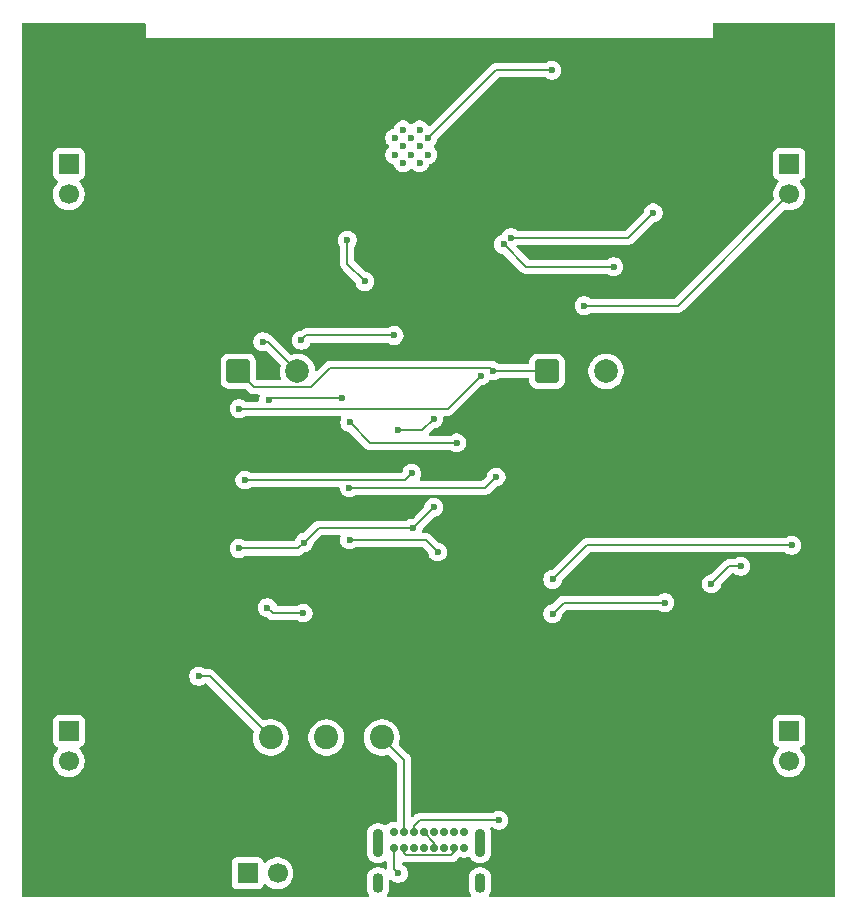
<source format=gbr>
%TF.GenerationSoftware,KiCad,Pcbnew,9.0.3*%
%TF.CreationDate,2025-08-18T21:06:09-04:00*%
%TF.ProjectId,robotbrain,726f626f-7462-4726-9169-6e2e6b696361,rev?*%
%TF.SameCoordinates,Original*%
%TF.FileFunction,Copper,L2,Bot*%
%TF.FilePolarity,Positive*%
%FSLAX46Y46*%
G04 Gerber Fmt 4.6, Leading zero omitted, Abs format (unit mm)*
G04 Created by KiCad (PCBNEW 9.0.3) date 2025-08-18 21:06:09*
%MOMM*%
%LPD*%
G01*
G04 APERTURE LIST*
G04 Aperture macros list*
%AMRoundRect*
0 Rectangle with rounded corners*
0 $1 Rounding radius*
0 $2 $3 $4 $5 $6 $7 $8 $9 X,Y pos of 4 corners*
0 Add a 4 corners polygon primitive as box body*
4,1,4,$2,$3,$4,$5,$6,$7,$8,$9,$2,$3,0*
0 Add four circle primitives for the rounded corners*
1,1,$1+$1,$2,$3*
1,1,$1+$1,$4,$5*
1,1,$1+$1,$6,$7*
1,1,$1+$1,$8,$9*
0 Add four rect primitives between the rounded corners*
20,1,$1+$1,$2,$3,$4,$5,0*
20,1,$1+$1,$4,$5,$6,$7,0*
20,1,$1+$1,$6,$7,$8,$9,0*
20,1,$1+$1,$8,$9,$2,$3,0*%
G04 Aperture macros list end*
%TA.AperFunction,ComponentPad*%
%ADD10R,1.700000X1.700000*%
%TD*%
%TA.AperFunction,ComponentPad*%
%ADD11C,1.700000*%
%TD*%
%TA.AperFunction,ComponentPad*%
%ADD12C,2.057400*%
%TD*%
%TA.AperFunction,ComponentPad*%
%ADD13RoundRect,0.250000X-0.750000X-0.750000X0.750000X-0.750000X0.750000X0.750000X-0.750000X0.750000X0*%
%TD*%
%TA.AperFunction,ComponentPad*%
%ADD14C,2.000000*%
%TD*%
%TA.AperFunction,HeatsinkPad*%
%ADD15C,0.600000*%
%TD*%
%TA.AperFunction,ComponentPad*%
%ADD16C,0.700000*%
%TD*%
%TA.AperFunction,ComponentPad*%
%ADD17O,0.900000X2.400000*%
%TD*%
%TA.AperFunction,ComponentPad*%
%ADD18O,0.900000X1.700000*%
%TD*%
%TA.AperFunction,ViaPad*%
%ADD19C,0.600000*%
%TD*%
%TA.AperFunction,Conductor*%
%ADD20C,0.200000*%
%TD*%
G04 APERTURE END LIST*
D10*
%TO.P,J1,1,Pin_1*%
%TO.N,VBAT*%
X95225000Y-121500000D03*
D11*
%TO.P,J1,2,Pin_2*%
%TO.N,GND*%
X97765000Y-121500000D03*
%TD*%
D12*
%TO.P,SW1,1,A*%
%TO.N,VBUS*%
X106594100Y-110000000D03*
%TO.P,SW1,2,B*%
%TO.N,Net-(SW1-B)*%
X101895100Y-110000000D03*
%TO.P,SW1,3,C*%
%TO.N,VBAT*%
X97196100Y-110000000D03*
%TD*%
D13*
%TO.P,C11,1*%
%TO.N,VBAT*%
X94445000Y-79000000D03*
D14*
%TO.P,C11,2*%
%TO.N,GND*%
X99445000Y-79000000D03*
%TD*%
D10*
%TO.P,J6,1,Pin_1*%
%TO.N,MOTOR3B*%
X141095000Y-61460000D03*
D11*
%TO.P,J6,2,Pin_2*%
%TO.N,MOTOR3A*%
X141095000Y-64000000D03*
%TD*%
D15*
%TO.P,U1,41,GND*%
%TO.N,GND*%
X107695000Y-59260000D03*
X107695000Y-60660000D03*
X108395000Y-58560000D03*
X108395000Y-59960000D03*
X108395000Y-61360000D03*
X109095000Y-59260000D03*
X109095000Y-60660000D03*
X109795000Y-58560000D03*
X109795000Y-59960000D03*
X109795000Y-61360000D03*
X110495000Y-59260000D03*
X110495000Y-60660000D03*
%TD*%
D10*
%TO.P,J7,1,Pin_1*%
%TO.N,MOTOR4B*%
X141095000Y-109460000D03*
D11*
%TO.P,J7,2,Pin_2*%
%TO.N,MOTOR4A*%
X141095000Y-112000000D03*
%TD*%
D16*
%TO.P,J3,A1,GND*%
%TO.N,GND*%
X107620000Y-117975000D03*
%TO.P,J3,A4,VBUS*%
%TO.N,VBUS*%
X108470000Y-117975000D03*
%TO.P,J3,A5,CC1*%
%TO.N,Net-(J3-CC1)*%
X109320000Y-117975000D03*
%TO.P,J3,A6,D+*%
%TO.N,D+*%
X110170000Y-117975000D03*
%TO.P,J3,A7,D-*%
%TO.N,D-*%
X111020000Y-117975000D03*
%TO.P,J3,A8,SBU1*%
%TO.N,unconnected-(J3-SBU1-PadA8)*%
X111870000Y-117975000D03*
%TO.P,J3,A9,VBUS*%
%TO.N,VBUS*%
X112720000Y-117975000D03*
%TO.P,J3,A12,GND*%
%TO.N,GND*%
X113570000Y-117975000D03*
%TO.P,J3,B1,GND*%
X113570000Y-119325000D03*
%TO.P,J3,B4,VBUS*%
%TO.N,VBUS*%
X112720000Y-119325000D03*
%TO.P,J3,B5,CC2*%
%TO.N,Net-(J3-CC2)*%
X111870000Y-119325000D03*
%TO.P,J3,B6,D+*%
%TO.N,D+*%
X111020000Y-119325000D03*
%TO.P,J3,B7,D-*%
%TO.N,D-*%
X110170000Y-119325000D03*
%TO.P,J3,B8,SBU2*%
%TO.N,unconnected-(J3-SBU2-PadB8)*%
X109320000Y-119325000D03*
%TO.P,J3,B9,VBUS*%
%TO.N,VBUS*%
X108470000Y-119325000D03*
%TO.P,J3,B12,GND*%
%TO.N,GND*%
X107620000Y-119325000D03*
D17*
%TO.P,J3,S1,SHIELD*%
%TO.N,unconnected-(J3-SHIELD-PadS1)_3*%
X106270000Y-118955000D03*
D18*
%TO.N,unconnected-(J3-SHIELD-PadS1)_1*%
X106270000Y-122335000D03*
D17*
%TO.N,unconnected-(J3-SHIELD-PadS1)_2*%
X114920000Y-118955000D03*
D18*
%TO.N,unconnected-(J3-SHIELD-PadS1)*%
X114920000Y-122335000D03*
%TD*%
D10*
%TO.P,J5,1,Pin_1*%
%TO.N,MOTOR2B*%
X80095000Y-109460000D03*
D11*
%TO.P,J5,2,Pin_2*%
%TO.N,MOTOR2A*%
X80095000Y-112000000D03*
%TD*%
D13*
%TO.P,C13,1*%
%TO.N,VBAT*%
X120577300Y-79000000D03*
D14*
%TO.P,C13,2*%
%TO.N,GND*%
X125577300Y-79000000D03*
%TD*%
D10*
%TO.P,J2,1,Pin_1*%
%TO.N,MOTOR1B*%
X80095000Y-61460000D03*
D11*
%TO.P,J2,2,Pin_2*%
%TO.N,MOTOR1A*%
X80095000Y-64000000D03*
%TD*%
D19*
%TO.N,GND*%
X100000000Y-93500000D03*
X121000000Y-53500000D03*
X108000000Y-84000000D03*
X109250000Y-92250000D03*
X134500000Y-97000000D03*
X94500000Y-94000000D03*
X137000000Y-95500000D03*
X111000000Y-90500000D03*
X108000000Y-121500000D03*
X96500000Y-76500000D03*
X111000000Y-83000000D03*
%TO.N,+3V3*%
X102396500Y-100451800D03*
X102374800Y-87210500D03*
X109132500Y-91251600D03*
X127589900Y-87210500D03*
X118452100Y-87210500D03*
X99979700Y-56359300D03*
X127611600Y-100451800D03*
X108559500Y-94449400D03*
X96444700Y-56562900D03*
X88010400Y-93932500D03*
X103670000Y-53236200D03*
X131015400Y-91417700D03*
X92723100Y-56537900D03*
X92328700Y-87210500D03*
X94835000Y-64805800D03*
X106147000Y-96622200D03*
X117907500Y-111170000D03*
X114540700Y-90733100D03*
%TO.N,VBAT*%
X121055200Y-99514600D03*
X130548800Y-98589600D03*
X115987500Y-78968700D03*
X91081800Y-104815000D03*
%TO.N,D-*%
X105156200Y-71394600D03*
X103670000Y-67902200D03*
%TO.N,D+*%
X96910100Y-99008500D03*
X99933500Y-99460900D03*
X97006700Y-81387100D03*
X103227600Y-81271100D03*
%TO.N,Net-(J3-CC1)*%
X116500000Y-117000000D03*
%TO.N,BOOT*%
X129570400Y-65588900D03*
X117520000Y-67698200D03*
%TO.N,IN2B*%
X103857400Y-88845000D03*
X116266300Y-87945000D03*
%TO.N,SCL*%
X99794200Y-76375400D03*
X107632500Y-75964600D03*
%TO.N,INT_MAG*%
X112928800Y-85061800D03*
X103866400Y-83319800D03*
%TO.N,IN4B*%
X126217900Y-70142300D03*
X116898400Y-68258200D03*
%TO.N,IN1B*%
X95000000Y-88202100D03*
X109132500Y-87636400D03*
%TO.N,SDA*%
X103859000Y-93277900D03*
X111322500Y-94300500D03*
%TO.N,IN1A*%
X114982500Y-79357000D03*
X94507500Y-82160200D03*
%TO.N,MOTOR3A*%
X123719100Y-73447800D03*
%TO.N,MOTOR3B*%
X141307500Y-93729800D03*
X121055200Y-96622200D03*
%TD*%
D20*
%TO.N,GND*%
X116255000Y-53500000D02*
X110495000Y-59260000D01*
X100000000Y-93500000D02*
X101250000Y-92250000D01*
X96945000Y-76500000D02*
X96500000Y-76500000D01*
X108000000Y-121500000D02*
X107620000Y-121120000D01*
X136000000Y-95500000D02*
X137000000Y-95500000D01*
X121000000Y-53500000D02*
X116255000Y-53500000D01*
X111000000Y-83000000D02*
X110000000Y-84000000D01*
X110000000Y-84000000D02*
X108000000Y-84000000D01*
X134500000Y-97000000D02*
X136000000Y-95500000D01*
X99445000Y-79000000D02*
X96945000Y-76500000D01*
X107620000Y-121120000D02*
X107620000Y-119325000D01*
X111000000Y-90500000D02*
X109250000Y-92250000D01*
X94500000Y-94000000D02*
X99500000Y-94000000D01*
X101250000Y-92250000D02*
X109250000Y-92250000D01*
X99500000Y-94000000D02*
X100000000Y-93500000D01*
%TO.N,VBAT*%
X92011100Y-104815000D02*
X91081800Y-104815000D01*
X115743700Y-78724900D02*
X102224700Y-78724900D01*
X130548800Y-98589600D02*
X121980200Y-98589600D01*
X115987500Y-78968700D02*
X115743700Y-78724900D01*
X120546000Y-78968700D02*
X115987500Y-78968700D01*
X121980200Y-98589600D02*
X121055200Y-99514600D01*
X97196100Y-110000000D02*
X92011100Y-104815000D01*
X102224700Y-78724900D02*
X100592400Y-80357200D01*
X120577300Y-79000000D02*
X120546000Y-78968700D01*
X95802200Y-80357200D02*
X94445000Y-79000000D01*
X100592400Y-80357200D02*
X95802200Y-80357200D01*
%TO.N,D-*%
X103670000Y-67902200D02*
X103670000Y-69908400D01*
X103670000Y-69908400D02*
X105156200Y-71394600D01*
%TO.N,VBUS*%
X108626000Y-119976000D02*
X108470000Y-119820000D01*
X112720000Y-119723000D02*
X112467000Y-119976000D01*
X112467000Y-119976000D02*
X108626000Y-119976000D01*
X108470000Y-119820000D02*
X108470000Y-119325000D01*
X107532000Y-110938000D02*
X106594100Y-110000100D01*
X106594100Y-110000100D02*
X106594100Y-110000000D01*
X108470000Y-111876000D02*
X107532000Y-110938000D01*
X107532000Y-110938000D02*
X106594000Y-110000000D01*
X108470000Y-117975000D02*
X108470000Y-111876000D01*
X112720000Y-119325000D02*
X112720000Y-119723000D01*
%TO.N,D+*%
X97362500Y-99460900D02*
X99933500Y-99460900D01*
X103227600Y-81271100D02*
X97122700Y-81271100D01*
X111020000Y-118896000D02*
X110170000Y-118046000D01*
X110170000Y-118046000D02*
X110170000Y-117975000D01*
X97122700Y-81271100D02*
X97006700Y-81387100D01*
X111020000Y-119325000D02*
X111020000Y-118896000D01*
X96910100Y-99008500D02*
X97362500Y-99460900D01*
%TO.N,Net-(J3-CC1)*%
X109320000Y-117480000D02*
X109320000Y-117975000D01*
X109800000Y-117000000D02*
X109320000Y-117480000D01*
X116500000Y-117000000D02*
X109800000Y-117000000D01*
%TO.N,BOOT*%
X127461100Y-67698200D02*
X129570400Y-65588900D01*
X117520000Y-67698200D02*
X127461100Y-67698200D01*
%TO.N,IN2B*%
X116266300Y-87945000D02*
X115366300Y-88845000D01*
X115366300Y-88845000D02*
X103857400Y-88845000D01*
%TO.N,SCL*%
X100205000Y-75964600D02*
X99794200Y-76375400D01*
X107632500Y-75964600D02*
X100205000Y-75964600D01*
%TO.N,INT_MAG*%
X112928800Y-85061800D02*
X105608400Y-85061800D01*
X105608400Y-85061800D02*
X103866400Y-83319800D01*
%TO.N,IN4B*%
X118782500Y-70142300D02*
X116898400Y-68258200D01*
X126217900Y-70142300D02*
X118782500Y-70142300D01*
%TO.N,IN1B*%
X108566800Y-88202100D02*
X109132500Y-87636400D01*
X95000000Y-88202100D02*
X108566800Y-88202100D01*
%TO.N,SDA*%
X103859000Y-93277900D02*
X110299900Y-93277900D01*
X110299900Y-93277900D02*
X111322500Y-94300500D01*
%TO.N,IN1A*%
X112179300Y-82160200D02*
X94507500Y-82160200D01*
X114982500Y-79357000D02*
X112179300Y-82160200D01*
%TO.N,MOTOR3A*%
X123719100Y-73447800D02*
X131647200Y-73447800D01*
X131647200Y-73447800D02*
X141095000Y-64000000D01*
%TO.N,MOTOR3B*%
X141307500Y-93729800D02*
X123947600Y-93729800D01*
X123947600Y-93729800D02*
X121055200Y-96622200D01*
%TD*%
%TA.AperFunction,Conductor*%
%TO.N,+3V3*%
G36*
X86538039Y-49520185D02*
G01*
X86583794Y-49572989D01*
X86595000Y-49624500D01*
X86595000Y-50750000D01*
X134595000Y-50750000D01*
X134595000Y-49624500D01*
X134614685Y-49557461D01*
X134667489Y-49511706D01*
X134719000Y-49500500D01*
X144876000Y-49500500D01*
X144943039Y-49520185D01*
X144988794Y-49572989D01*
X145000000Y-49624500D01*
X145000000Y-123375500D01*
X144980315Y-123442539D01*
X144927511Y-123488294D01*
X144876000Y-123499500D01*
X115784322Y-123499500D01*
X115717283Y-123479815D01*
X115671528Y-123427011D01*
X115661584Y-123357853D01*
X115681220Y-123306609D01*
X115762318Y-123185237D01*
X115762318Y-123185236D01*
X115762322Y-123185231D01*
X115833973Y-123012251D01*
X115870500Y-122828616D01*
X115870500Y-121841384D01*
X115833973Y-121657749D01*
X115762322Y-121484769D01*
X115762321Y-121484768D01*
X115762318Y-121484762D01*
X115658302Y-121329092D01*
X115658299Y-121329088D01*
X115525911Y-121196700D01*
X115525907Y-121196697D01*
X115370237Y-121092681D01*
X115370228Y-121092676D01*
X115197251Y-121021027D01*
X115197243Y-121021025D01*
X115013620Y-120984500D01*
X115013616Y-120984500D01*
X114826384Y-120984500D01*
X114826379Y-120984500D01*
X114642756Y-121021025D01*
X114642748Y-121021027D01*
X114469771Y-121092676D01*
X114469762Y-121092681D01*
X114314092Y-121196697D01*
X114314088Y-121196700D01*
X114181700Y-121329088D01*
X114181697Y-121329092D01*
X114077681Y-121484762D01*
X114077676Y-121484771D01*
X114006027Y-121657748D01*
X114006025Y-121657756D01*
X113969500Y-121841379D01*
X113969500Y-122828620D01*
X114006025Y-123012243D01*
X114006027Y-123012251D01*
X114077676Y-123185228D01*
X114077681Y-123185237D01*
X114158780Y-123306609D01*
X114179658Y-123373286D01*
X114161174Y-123440667D01*
X114109195Y-123487357D01*
X114055678Y-123499500D01*
X107134322Y-123499500D01*
X107067283Y-123479815D01*
X107021528Y-123427011D01*
X107011584Y-123357853D01*
X107031220Y-123306609D01*
X107112318Y-123185237D01*
X107112318Y-123185236D01*
X107112322Y-123185231D01*
X107183973Y-123012251D01*
X107220500Y-122828616D01*
X107220500Y-122151941D01*
X107240185Y-122084902D01*
X107292989Y-122039147D01*
X107362147Y-122029203D01*
X107425703Y-122058228D01*
X107432181Y-122064260D01*
X107489707Y-122121786D01*
X107489711Y-122121789D01*
X107620814Y-122209390D01*
X107620827Y-122209397D01*
X107766498Y-122269735D01*
X107766503Y-122269737D01*
X107921153Y-122300499D01*
X107921156Y-122300500D01*
X107921158Y-122300500D01*
X108078844Y-122300500D01*
X108078845Y-122300499D01*
X108233497Y-122269737D01*
X108379179Y-122209394D01*
X108510289Y-122121789D01*
X108621789Y-122010289D01*
X108709394Y-121879179D01*
X108769737Y-121733497D01*
X108800500Y-121578842D01*
X108800500Y-121421158D01*
X108800500Y-121421155D01*
X108800499Y-121421153D01*
X108769738Y-121266510D01*
X108769737Y-121266503D01*
X108735309Y-121183385D01*
X108709397Y-121120827D01*
X108709390Y-121120814D01*
X108621789Y-120989711D01*
X108621786Y-120989707D01*
X108510292Y-120878213D01*
X108510288Y-120878210D01*
X108379185Y-120790609D01*
X108379178Y-120790605D01*
X108363304Y-120784030D01*
X108355880Y-120780955D01*
X108301477Y-120737115D01*
X108279411Y-120670821D01*
X108296690Y-120603122D01*
X108347826Y-120555511D01*
X108416586Y-120543104D01*
X108435422Y-120546618D01*
X108546942Y-120576500D01*
X108546943Y-120576500D01*
X112380331Y-120576500D01*
X112380347Y-120576501D01*
X112387943Y-120576501D01*
X112546054Y-120576501D01*
X112546057Y-120576501D01*
X112698785Y-120535577D01*
X112761272Y-120499500D01*
X112835716Y-120456520D01*
X112947520Y-120344716D01*
X112947520Y-120344714D01*
X112957723Y-120334512D01*
X112957727Y-120334506D01*
X113078505Y-120213729D01*
X113078510Y-120213725D01*
X113088714Y-120203520D01*
X113088716Y-120203520D01*
X113141357Y-120150878D01*
X113202679Y-120117394D01*
X113272371Y-120122378D01*
X113276471Y-120123991D01*
X113321918Y-120142816D01*
X113486228Y-120175499D01*
X113486232Y-120175500D01*
X113486233Y-120175500D01*
X113653768Y-120175500D01*
X113653769Y-120175499D01*
X113818082Y-120142816D01*
X113921356Y-120100037D01*
X113990824Y-120092569D01*
X114053303Y-120123844D01*
X114073811Y-120150487D01*
X114074293Y-120150166D01*
X114181697Y-120310907D01*
X114181700Y-120310911D01*
X114314088Y-120443299D01*
X114314092Y-120443302D01*
X114469762Y-120547318D01*
X114469768Y-120547321D01*
X114469769Y-120547322D01*
X114642749Y-120618973D01*
X114826379Y-120655499D01*
X114826383Y-120655500D01*
X114826384Y-120655500D01*
X115013617Y-120655500D01*
X115013618Y-120655499D01*
X115197251Y-120618973D01*
X115370231Y-120547322D01*
X115525908Y-120443302D01*
X115658302Y-120310908D01*
X115762322Y-120155231D01*
X115833973Y-119982251D01*
X115870500Y-119798616D01*
X115870500Y-118111384D01*
X115833973Y-117927749D01*
X115769440Y-117771953D01*
X115765932Y-117739324D01*
X115761263Y-117706853D01*
X115762216Y-117704765D01*
X115761971Y-117702483D01*
X115776659Y-117673139D01*
X115790288Y-117643297D01*
X115792218Y-117642056D01*
X115793246Y-117640004D01*
X115821461Y-117623263D01*
X115849066Y-117605523D01*
X115852095Y-117605087D01*
X115853335Y-117604352D01*
X115884001Y-117600500D01*
X115920234Y-117600500D01*
X115987273Y-117620185D01*
X115989125Y-117621398D01*
X116120814Y-117709390D01*
X116120827Y-117709397D01*
X116266498Y-117769735D01*
X116266503Y-117769737D01*
X116421153Y-117800499D01*
X116421156Y-117800500D01*
X116421158Y-117800500D01*
X116578844Y-117800500D01*
X116578845Y-117800499D01*
X116733497Y-117769737D01*
X116879179Y-117709394D01*
X117010289Y-117621789D01*
X117121789Y-117510289D01*
X117209394Y-117379179D01*
X117269737Y-117233497D01*
X117300500Y-117078842D01*
X117300500Y-116921158D01*
X117300500Y-116921155D01*
X117300499Y-116921153D01*
X117269738Y-116766510D01*
X117269737Y-116766503D01*
X117269735Y-116766498D01*
X117209397Y-116620827D01*
X117209390Y-116620814D01*
X117121789Y-116489711D01*
X117121786Y-116489707D01*
X117010292Y-116378213D01*
X117010288Y-116378210D01*
X116879185Y-116290609D01*
X116879172Y-116290602D01*
X116733501Y-116230264D01*
X116733489Y-116230261D01*
X116578845Y-116199500D01*
X116578842Y-116199500D01*
X116421158Y-116199500D01*
X116421155Y-116199500D01*
X116266510Y-116230261D01*
X116266498Y-116230264D01*
X116120827Y-116290602D01*
X116120814Y-116290609D01*
X115989125Y-116378602D01*
X115922447Y-116399480D01*
X115920234Y-116399500D01*
X109886670Y-116399500D01*
X109886654Y-116399499D01*
X109879058Y-116399499D01*
X109720943Y-116399499D01*
X109644579Y-116419961D01*
X109568214Y-116440423D01*
X109568209Y-116440426D01*
X109431290Y-116519475D01*
X109431282Y-116519481D01*
X109282181Y-116668583D01*
X109220858Y-116702068D01*
X109151166Y-116697084D01*
X109095233Y-116655212D01*
X109070816Y-116589748D01*
X109070500Y-116580902D01*
X109070500Y-111796945D01*
X109070500Y-111796943D01*
X109029577Y-111644216D01*
X109029577Y-111644215D01*
X109029577Y-111644214D01*
X109000639Y-111594095D01*
X109000637Y-111594092D01*
X108950520Y-111507284D01*
X108838716Y-111395480D01*
X108838715Y-111395479D01*
X108834385Y-111391149D01*
X108834374Y-111391139D01*
X108069651Y-110626416D01*
X108036166Y-110565093D01*
X108039401Y-110500417D01*
X108085646Y-110358089D01*
X108123300Y-110120351D01*
X108123300Y-109879649D01*
X108085646Y-109641911D01*
X108018411Y-109434981D01*
X108011267Y-109412993D01*
X108011266Y-109412990D01*
X107973424Y-109338722D01*
X107901989Y-109198524D01*
X107883914Y-109173646D01*
X107760514Y-109003799D01*
X107760510Y-109003794D01*
X107590305Y-108833589D01*
X107590300Y-108833585D01*
X107395579Y-108692113D01*
X107395578Y-108692112D01*
X107395576Y-108692111D01*
X107317646Y-108652403D01*
X107181109Y-108582833D01*
X107181106Y-108582832D01*
X107117406Y-108562135D01*
X139744500Y-108562135D01*
X139744500Y-110357870D01*
X139744501Y-110357876D01*
X139750908Y-110417483D01*
X139801202Y-110552328D01*
X139801206Y-110552335D01*
X139887452Y-110667544D01*
X139887455Y-110667547D01*
X140002664Y-110753793D01*
X140002671Y-110753797D01*
X140134082Y-110802810D01*
X140190016Y-110844681D01*
X140214433Y-110910145D01*
X140199582Y-110978418D01*
X140178431Y-111006673D01*
X140064889Y-111120215D01*
X139939951Y-111292179D01*
X139843444Y-111481585D01*
X139843443Y-111481587D01*
X139843443Y-111481588D01*
X139827973Y-111529200D01*
X139777753Y-111683760D01*
X139744500Y-111893713D01*
X139744500Y-112106286D01*
X139777753Y-112316239D01*
X139843444Y-112518414D01*
X139939951Y-112707820D01*
X140064890Y-112879786D01*
X140215213Y-113030109D01*
X140387179Y-113155048D01*
X140387181Y-113155049D01*
X140387184Y-113155051D01*
X140576588Y-113251557D01*
X140778757Y-113317246D01*
X140988713Y-113350500D01*
X140988714Y-113350500D01*
X141201286Y-113350500D01*
X141201287Y-113350500D01*
X141411243Y-113317246D01*
X141613412Y-113251557D01*
X141802816Y-113155051D01*
X141824789Y-113139086D01*
X141974786Y-113030109D01*
X141974788Y-113030106D01*
X141974792Y-113030104D01*
X142125104Y-112879792D01*
X142125106Y-112879788D01*
X142125109Y-112879786D01*
X142250048Y-112707820D01*
X142250047Y-112707820D01*
X142250051Y-112707816D01*
X142346557Y-112518412D01*
X142412246Y-112316243D01*
X142445500Y-112106287D01*
X142445500Y-111893713D01*
X142412246Y-111683757D01*
X142346557Y-111481588D01*
X142250051Y-111292184D01*
X142250049Y-111292181D01*
X142250048Y-111292179D01*
X142125109Y-111120213D01*
X142011569Y-111006673D01*
X141978084Y-110945350D01*
X141983068Y-110875658D01*
X142024940Y-110819725D01*
X142055915Y-110802810D01*
X142187331Y-110753796D01*
X142302546Y-110667546D01*
X142388796Y-110552331D01*
X142439091Y-110417483D01*
X142445500Y-110357873D01*
X142445499Y-108562128D01*
X142439091Y-108502517D01*
X142427261Y-108470800D01*
X142388797Y-108367671D01*
X142388793Y-108367664D01*
X142302547Y-108252455D01*
X142302544Y-108252452D01*
X142187335Y-108166206D01*
X142187328Y-108166202D01*
X142052482Y-108115908D01*
X142052483Y-108115908D01*
X141992883Y-108109501D01*
X141992881Y-108109500D01*
X141992873Y-108109500D01*
X141992864Y-108109500D01*
X140197129Y-108109500D01*
X140197123Y-108109501D01*
X140137516Y-108115908D01*
X140002671Y-108166202D01*
X140002664Y-108166206D01*
X139887455Y-108252452D01*
X139887452Y-108252455D01*
X139801206Y-108367664D01*
X139801202Y-108367671D01*
X139750908Y-108502517D01*
X139745301Y-108554673D01*
X139744501Y-108562123D01*
X139744500Y-108562135D01*
X107117406Y-108562135D01*
X106952190Y-108508454D01*
X106833320Y-108489627D01*
X106714451Y-108470800D01*
X106473749Y-108470800D01*
X106394503Y-108483351D01*
X106236009Y-108508454D01*
X106007093Y-108582832D01*
X106007090Y-108582833D01*
X105792620Y-108692113D01*
X105597899Y-108833585D01*
X105597894Y-108833589D01*
X105427689Y-109003794D01*
X105427685Y-109003799D01*
X105286213Y-109198520D01*
X105176933Y-109412990D01*
X105176932Y-109412993D01*
X105102554Y-109641909D01*
X105064900Y-109879649D01*
X105064900Y-110120350D01*
X105102554Y-110358090D01*
X105176932Y-110587006D01*
X105176933Y-110587009D01*
X105286213Y-110801479D01*
X105427685Y-110996200D01*
X105427689Y-110996205D01*
X105597894Y-111166410D01*
X105597899Y-111166414D01*
X105767746Y-111289814D01*
X105792624Y-111307889D01*
X105932822Y-111379324D01*
X106007090Y-111417166D01*
X106007093Y-111417167D01*
X106021565Y-111421869D01*
X106236011Y-111491546D01*
X106473749Y-111529200D01*
X106473750Y-111529200D01*
X106714450Y-111529200D01*
X106714451Y-111529200D01*
X106952189Y-111491546D01*
X107094366Y-111445349D01*
X107164207Y-111443355D01*
X107220365Y-111475600D01*
X107833181Y-112088416D01*
X107866666Y-112149739D01*
X107869500Y-112176097D01*
X107869500Y-117006371D01*
X107849815Y-117073410D01*
X107797011Y-117119165D01*
X107727853Y-117129109D01*
X107721313Y-117127989D01*
X107703771Y-117124500D01*
X107703767Y-117124500D01*
X107536233Y-117124500D01*
X107536228Y-117124500D01*
X107371925Y-117157182D01*
X107371917Y-117157184D01*
X107217139Y-117221295D01*
X107077838Y-117314373D01*
X106977602Y-117414609D01*
X106916279Y-117448093D01*
X106846587Y-117443109D01*
X106821030Y-117430029D01*
X106720237Y-117362681D01*
X106720228Y-117362676D01*
X106547251Y-117291027D01*
X106547243Y-117291025D01*
X106363620Y-117254500D01*
X106363616Y-117254500D01*
X106176384Y-117254500D01*
X106176379Y-117254500D01*
X105992756Y-117291025D01*
X105992748Y-117291027D01*
X105819771Y-117362676D01*
X105819762Y-117362681D01*
X105664092Y-117466697D01*
X105664088Y-117466700D01*
X105531700Y-117599088D01*
X105531697Y-117599092D01*
X105427681Y-117754762D01*
X105427676Y-117754771D01*
X105356027Y-117927748D01*
X105356025Y-117927756D01*
X105319500Y-118111379D01*
X105319500Y-119798620D01*
X105356025Y-119982243D01*
X105356027Y-119982251D01*
X105427676Y-120155228D01*
X105427681Y-120155237D01*
X105531697Y-120310907D01*
X105531700Y-120310911D01*
X105664088Y-120443299D01*
X105664092Y-120443302D01*
X105819762Y-120547318D01*
X105819768Y-120547321D01*
X105819769Y-120547322D01*
X105992749Y-120618973D01*
X106176379Y-120655499D01*
X106176383Y-120655500D01*
X106176384Y-120655500D01*
X106363617Y-120655500D01*
X106363618Y-120655499D01*
X106547251Y-120618973D01*
X106720231Y-120547322D01*
X106826610Y-120476241D01*
X106893286Y-120455364D01*
X106960666Y-120473848D01*
X107007357Y-120525827D01*
X107019500Y-120579344D01*
X107019500Y-121040939D01*
X107019499Y-121040943D01*
X107019499Y-121060659D01*
X107006897Y-121103570D01*
X106999814Y-121127693D01*
X106999812Y-121127693D01*
X106999812Y-121127697D01*
X106969034Y-121154364D01*
X106947010Y-121173448D01*
X106947007Y-121173448D01*
X106947006Y-121173450D01*
X106915661Y-121177955D01*
X106877852Y-121183392D01*
X106877848Y-121183390D01*
X106877847Y-121183391D01*
X106877834Y-121183385D01*
X106826608Y-121163756D01*
X106720237Y-121092681D01*
X106720228Y-121092676D01*
X106547251Y-121021027D01*
X106547243Y-121021025D01*
X106363620Y-120984500D01*
X106363616Y-120984500D01*
X106176384Y-120984500D01*
X106176379Y-120984500D01*
X105992756Y-121021025D01*
X105992748Y-121021027D01*
X105819771Y-121092676D01*
X105819762Y-121092681D01*
X105664092Y-121196697D01*
X105664088Y-121196700D01*
X105531700Y-121329088D01*
X105531697Y-121329092D01*
X105427681Y-121484762D01*
X105427676Y-121484771D01*
X105356027Y-121657748D01*
X105356025Y-121657756D01*
X105319500Y-121841379D01*
X105319500Y-122828620D01*
X105356025Y-123012243D01*
X105356027Y-123012251D01*
X105427676Y-123185228D01*
X105427681Y-123185237D01*
X105508780Y-123306609D01*
X105529658Y-123373286D01*
X105511174Y-123440667D01*
X105459195Y-123487357D01*
X105405678Y-123499500D01*
X76219500Y-123499500D01*
X76152461Y-123479815D01*
X76106706Y-123427011D01*
X76095500Y-123375500D01*
X76095500Y-120602135D01*
X93874500Y-120602135D01*
X93874500Y-122397870D01*
X93874501Y-122397876D01*
X93880908Y-122457483D01*
X93931202Y-122592328D01*
X93931206Y-122592335D01*
X94017452Y-122707544D01*
X94017455Y-122707547D01*
X94132664Y-122793793D01*
X94132671Y-122793797D01*
X94267517Y-122844091D01*
X94267516Y-122844091D01*
X94274444Y-122844835D01*
X94327127Y-122850500D01*
X96122872Y-122850499D01*
X96182483Y-122844091D01*
X96317331Y-122793796D01*
X96432546Y-122707546D01*
X96518796Y-122592331D01*
X96567810Y-122460916D01*
X96609681Y-122404984D01*
X96675145Y-122380566D01*
X96743418Y-122395417D01*
X96771673Y-122416569D01*
X96885213Y-122530109D01*
X97057179Y-122655048D01*
X97057181Y-122655049D01*
X97057184Y-122655051D01*
X97246588Y-122751557D01*
X97448757Y-122817246D01*
X97658713Y-122850500D01*
X97658714Y-122850500D01*
X97871286Y-122850500D01*
X97871287Y-122850500D01*
X98081243Y-122817246D01*
X98283412Y-122751557D01*
X98472816Y-122655051D01*
X98559138Y-122592335D01*
X98644786Y-122530109D01*
X98644788Y-122530106D01*
X98644792Y-122530104D01*
X98795104Y-122379792D01*
X98795106Y-122379788D01*
X98795109Y-122379786D01*
X98918902Y-122209397D01*
X98920051Y-122207816D01*
X99016557Y-122018412D01*
X99082246Y-121816243D01*
X99115500Y-121606287D01*
X99115500Y-121393713D01*
X99082246Y-121183757D01*
X99016557Y-120981588D01*
X98920051Y-120792184D01*
X98920049Y-120792181D01*
X98920048Y-120792179D01*
X98795109Y-120620213D01*
X98644786Y-120469890D01*
X98472820Y-120344951D01*
X98283414Y-120248444D01*
X98283413Y-120248443D01*
X98283412Y-120248443D01*
X98081243Y-120182754D01*
X98081241Y-120182753D01*
X98081240Y-120182753D01*
X97919957Y-120157208D01*
X97871287Y-120149500D01*
X97658713Y-120149500D01*
X97610042Y-120157208D01*
X97448760Y-120182753D01*
X97246585Y-120248444D01*
X97057179Y-120344951D01*
X96885215Y-120469889D01*
X96771673Y-120583431D01*
X96710350Y-120616915D01*
X96640658Y-120611931D01*
X96584725Y-120570059D01*
X96567810Y-120539082D01*
X96518797Y-120407671D01*
X96518793Y-120407664D01*
X96432547Y-120292455D01*
X96432544Y-120292452D01*
X96317335Y-120206206D01*
X96317328Y-120206202D01*
X96182482Y-120155908D01*
X96182483Y-120155908D01*
X96122883Y-120149501D01*
X96122881Y-120149500D01*
X96122873Y-120149500D01*
X96122864Y-120149500D01*
X94327129Y-120149500D01*
X94327123Y-120149501D01*
X94267516Y-120155908D01*
X94132671Y-120206202D01*
X94132664Y-120206206D01*
X94017455Y-120292452D01*
X94017452Y-120292455D01*
X93931206Y-120407664D01*
X93931202Y-120407671D01*
X93880908Y-120542517D01*
X93874501Y-120602116D01*
X93874500Y-120602135D01*
X76095500Y-120602135D01*
X76095500Y-108562135D01*
X78744500Y-108562135D01*
X78744500Y-110357870D01*
X78744501Y-110357876D01*
X78750908Y-110417483D01*
X78801202Y-110552328D01*
X78801206Y-110552335D01*
X78887452Y-110667544D01*
X78887455Y-110667547D01*
X79002664Y-110753793D01*
X79002671Y-110753797D01*
X79134082Y-110802810D01*
X79190016Y-110844681D01*
X79214433Y-110910145D01*
X79199582Y-110978418D01*
X79178431Y-111006673D01*
X79064889Y-111120215D01*
X78939951Y-111292179D01*
X78843444Y-111481585D01*
X78843443Y-111481587D01*
X78843443Y-111481588D01*
X78827973Y-111529200D01*
X78777753Y-111683760D01*
X78744500Y-111893713D01*
X78744500Y-112106286D01*
X78777753Y-112316239D01*
X78843444Y-112518414D01*
X78939951Y-112707820D01*
X79064890Y-112879786D01*
X79215213Y-113030109D01*
X79387179Y-113155048D01*
X79387181Y-113155049D01*
X79387184Y-113155051D01*
X79576588Y-113251557D01*
X79778757Y-113317246D01*
X79988713Y-113350500D01*
X79988714Y-113350500D01*
X80201286Y-113350500D01*
X80201287Y-113350500D01*
X80411243Y-113317246D01*
X80613412Y-113251557D01*
X80802816Y-113155051D01*
X80824789Y-113139086D01*
X80974786Y-113030109D01*
X80974788Y-113030106D01*
X80974792Y-113030104D01*
X81125104Y-112879792D01*
X81125106Y-112879788D01*
X81125109Y-112879786D01*
X81250048Y-112707820D01*
X81250047Y-112707820D01*
X81250051Y-112707816D01*
X81346557Y-112518412D01*
X81412246Y-112316243D01*
X81445500Y-112106287D01*
X81445500Y-111893713D01*
X81412246Y-111683757D01*
X81346557Y-111481588D01*
X81250051Y-111292184D01*
X81250049Y-111292181D01*
X81250048Y-111292179D01*
X81125109Y-111120213D01*
X81011569Y-111006673D01*
X80978084Y-110945350D01*
X80983068Y-110875658D01*
X81024940Y-110819725D01*
X81055915Y-110802810D01*
X81187331Y-110753796D01*
X81302546Y-110667546D01*
X81388796Y-110552331D01*
X81439091Y-110417483D01*
X81445500Y-110357873D01*
X81445499Y-108562128D01*
X81439091Y-108502517D01*
X81427261Y-108470800D01*
X81388797Y-108367671D01*
X81388793Y-108367664D01*
X81302547Y-108252455D01*
X81302544Y-108252452D01*
X81187335Y-108166206D01*
X81187328Y-108166202D01*
X81052482Y-108115908D01*
X81052483Y-108115908D01*
X80992883Y-108109501D01*
X80992881Y-108109500D01*
X80992873Y-108109500D01*
X80992864Y-108109500D01*
X79197129Y-108109500D01*
X79197123Y-108109501D01*
X79137516Y-108115908D01*
X79002671Y-108166202D01*
X79002664Y-108166206D01*
X78887455Y-108252452D01*
X78887452Y-108252455D01*
X78801206Y-108367664D01*
X78801202Y-108367671D01*
X78750908Y-108502517D01*
X78745301Y-108554673D01*
X78744501Y-108562123D01*
X78744500Y-108562135D01*
X76095500Y-108562135D01*
X76095500Y-104736153D01*
X90281300Y-104736153D01*
X90281300Y-104893846D01*
X90312061Y-105048489D01*
X90312064Y-105048501D01*
X90372402Y-105194172D01*
X90372409Y-105194185D01*
X90460010Y-105325288D01*
X90460013Y-105325292D01*
X90571507Y-105436786D01*
X90571511Y-105436789D01*
X90702614Y-105524390D01*
X90702627Y-105524397D01*
X90848298Y-105584735D01*
X90848303Y-105584737D01*
X91002953Y-105615499D01*
X91002956Y-105615500D01*
X91002958Y-105615500D01*
X91160644Y-105615500D01*
X91160645Y-105615499D01*
X91315297Y-105584737D01*
X91460979Y-105524394D01*
X91460985Y-105524390D01*
X91592675Y-105436398D01*
X91610721Y-105430747D01*
X91626631Y-105420523D01*
X91657592Y-105416071D01*
X91659353Y-105415520D01*
X91661566Y-105415500D01*
X91711003Y-105415500D01*
X91778042Y-105435185D01*
X91798684Y-105451819D01*
X95720523Y-109373658D01*
X95754008Y-109434981D01*
X95750773Y-109499656D01*
X95704554Y-109641907D01*
X95666900Y-109879649D01*
X95666900Y-110120350D01*
X95704554Y-110358090D01*
X95778932Y-110587006D01*
X95778933Y-110587009D01*
X95888213Y-110801479D01*
X96029685Y-110996200D01*
X96029689Y-110996205D01*
X96199894Y-111166410D01*
X96199899Y-111166414D01*
X96369746Y-111289814D01*
X96394624Y-111307889D01*
X96534822Y-111379324D01*
X96609090Y-111417166D01*
X96609093Y-111417167D01*
X96623565Y-111421869D01*
X96838011Y-111491546D01*
X97075749Y-111529200D01*
X97075750Y-111529200D01*
X97316450Y-111529200D01*
X97316451Y-111529200D01*
X97554189Y-111491546D01*
X97783109Y-111417166D01*
X97997576Y-111307889D01*
X98192307Y-111166409D01*
X98362509Y-110996207D01*
X98503989Y-110801476D01*
X98613266Y-110587009D01*
X98687646Y-110358089D01*
X98725300Y-110120351D01*
X98725300Y-109879649D01*
X100365900Y-109879649D01*
X100365900Y-110120350D01*
X100403554Y-110358090D01*
X100477932Y-110587006D01*
X100477933Y-110587009D01*
X100587213Y-110801479D01*
X100728685Y-110996200D01*
X100728689Y-110996205D01*
X100898894Y-111166410D01*
X100898899Y-111166414D01*
X101068746Y-111289814D01*
X101093624Y-111307889D01*
X101233822Y-111379324D01*
X101308090Y-111417166D01*
X101308093Y-111417167D01*
X101322565Y-111421869D01*
X101537011Y-111491546D01*
X101774749Y-111529200D01*
X101774750Y-111529200D01*
X102015450Y-111529200D01*
X102015451Y-111529200D01*
X102253189Y-111491546D01*
X102482109Y-111417166D01*
X102696576Y-111307889D01*
X102891307Y-111166409D01*
X103061509Y-110996207D01*
X103202989Y-110801476D01*
X103312266Y-110587009D01*
X103386646Y-110358089D01*
X103424300Y-110120351D01*
X103424300Y-109879649D01*
X103386646Y-109641911D01*
X103319411Y-109434981D01*
X103312267Y-109412993D01*
X103312266Y-109412990D01*
X103274424Y-109338722D01*
X103202989Y-109198524D01*
X103184914Y-109173646D01*
X103061514Y-109003799D01*
X103061510Y-109003794D01*
X102891305Y-108833589D01*
X102891300Y-108833585D01*
X102696579Y-108692113D01*
X102696578Y-108692112D01*
X102696576Y-108692111D01*
X102627866Y-108657101D01*
X102482109Y-108582833D01*
X102482106Y-108582832D01*
X102253190Y-108508454D01*
X102134320Y-108489627D01*
X102015451Y-108470800D01*
X101774749Y-108470800D01*
X101695503Y-108483351D01*
X101537009Y-108508454D01*
X101308093Y-108582832D01*
X101308090Y-108582833D01*
X101093620Y-108692113D01*
X100898899Y-108833585D01*
X100898894Y-108833589D01*
X100728689Y-109003794D01*
X100728685Y-109003799D01*
X100587213Y-109198520D01*
X100477933Y-109412990D01*
X100477932Y-109412993D01*
X100403554Y-109641909D01*
X100365900Y-109879649D01*
X98725300Y-109879649D01*
X98687646Y-109641911D01*
X98620411Y-109434981D01*
X98613267Y-109412993D01*
X98613266Y-109412990D01*
X98575424Y-109338722D01*
X98503989Y-109198524D01*
X98485914Y-109173646D01*
X98362514Y-109003799D01*
X98362510Y-109003794D01*
X98192305Y-108833589D01*
X98192300Y-108833585D01*
X97997579Y-108692113D01*
X97997578Y-108692112D01*
X97997576Y-108692111D01*
X97928866Y-108657101D01*
X97783109Y-108582833D01*
X97783106Y-108582832D01*
X97554190Y-108508454D01*
X97435320Y-108489627D01*
X97316451Y-108470800D01*
X97075749Y-108470800D01*
X97028201Y-108478330D01*
X96838007Y-108508454D01*
X96695756Y-108554673D01*
X96625915Y-108556668D01*
X96569758Y-108524423D01*
X92498690Y-104453355D01*
X92498688Y-104453352D01*
X92379817Y-104334481D01*
X92379816Y-104334480D01*
X92293004Y-104284360D01*
X92293004Y-104284359D01*
X92293000Y-104284358D01*
X92242885Y-104255423D01*
X92090157Y-104214499D01*
X91932043Y-104214499D01*
X91924447Y-104214499D01*
X91924431Y-104214500D01*
X91661566Y-104214500D01*
X91594527Y-104194815D01*
X91592675Y-104193602D01*
X91460985Y-104105609D01*
X91460972Y-104105602D01*
X91315301Y-104045264D01*
X91315289Y-104045261D01*
X91160645Y-104014500D01*
X91160642Y-104014500D01*
X91002958Y-104014500D01*
X91002955Y-104014500D01*
X90848310Y-104045261D01*
X90848298Y-104045264D01*
X90702627Y-104105602D01*
X90702614Y-104105609D01*
X90571511Y-104193210D01*
X90571507Y-104193213D01*
X90460013Y-104304707D01*
X90460010Y-104304711D01*
X90372409Y-104435814D01*
X90372402Y-104435827D01*
X90312064Y-104581498D01*
X90312061Y-104581510D01*
X90281300Y-104736153D01*
X76095500Y-104736153D01*
X76095500Y-98929653D01*
X96109600Y-98929653D01*
X96109600Y-99087346D01*
X96140361Y-99241989D01*
X96140364Y-99242001D01*
X96200702Y-99387672D01*
X96200709Y-99387685D01*
X96288310Y-99518788D01*
X96288313Y-99518792D01*
X96399807Y-99630286D01*
X96399811Y-99630289D01*
X96530914Y-99717890D01*
X96530927Y-99717897D01*
X96676598Y-99778235D01*
X96676603Y-99778237D01*
X96789535Y-99800700D01*
X96831946Y-99809137D01*
X96893857Y-99841522D01*
X96895436Y-99843072D01*
X96993784Y-99941420D01*
X97045345Y-99971188D01*
X97080595Y-99991539D01*
X97080597Y-99991541D01*
X97130713Y-100020476D01*
X97130715Y-100020477D01*
X97283442Y-100061400D01*
X97283443Y-100061400D01*
X99353734Y-100061400D01*
X99420773Y-100081085D01*
X99422625Y-100082298D01*
X99554314Y-100170290D01*
X99554327Y-100170297D01*
X99683965Y-100223994D01*
X99700003Y-100230637D01*
X99854653Y-100261399D01*
X99854656Y-100261400D01*
X99854658Y-100261400D01*
X100012344Y-100261400D01*
X100012345Y-100261399D01*
X100166997Y-100230637D01*
X100312679Y-100170294D01*
X100443789Y-100082689D01*
X100555289Y-99971189D01*
X100642894Y-99840079D01*
X100655711Y-99809137D01*
X100703235Y-99694401D01*
X100703237Y-99694397D01*
X100734000Y-99539742D01*
X100734000Y-99435753D01*
X120254700Y-99435753D01*
X120254700Y-99593446D01*
X120285461Y-99748089D01*
X120285464Y-99748101D01*
X120345802Y-99893772D01*
X120345809Y-99893785D01*
X120433410Y-100024888D01*
X120433413Y-100024892D01*
X120544907Y-100136386D01*
X120544911Y-100136389D01*
X120676014Y-100223990D01*
X120676027Y-100223997D01*
X120821698Y-100284335D01*
X120821703Y-100284337D01*
X120976353Y-100315099D01*
X120976356Y-100315100D01*
X120976358Y-100315100D01*
X121134044Y-100315100D01*
X121134045Y-100315099D01*
X121288697Y-100284337D01*
X121434379Y-100223994D01*
X121565489Y-100136389D01*
X121676989Y-100024889D01*
X121764594Y-99893779D01*
X121824937Y-99748097D01*
X121848371Y-99630286D01*
X121855838Y-99592750D01*
X121888223Y-99530839D01*
X121889662Y-99529372D01*
X122192618Y-99226416D01*
X122253940Y-99192934D01*
X122280298Y-99190100D01*
X129969034Y-99190100D01*
X130036073Y-99209785D01*
X130037925Y-99210998D01*
X130169614Y-99298990D01*
X130169627Y-99298997D01*
X130315298Y-99359335D01*
X130315303Y-99359337D01*
X130457752Y-99387672D01*
X130469953Y-99390099D01*
X130469956Y-99390100D01*
X130469958Y-99390100D01*
X130627644Y-99390100D01*
X130627645Y-99390099D01*
X130782297Y-99359337D01*
X130927979Y-99298994D01*
X131059089Y-99211389D01*
X131170589Y-99099889D01*
X131258194Y-98968779D01*
X131318537Y-98823097D01*
X131349300Y-98668442D01*
X131349300Y-98510758D01*
X131349300Y-98510755D01*
X131349299Y-98510753D01*
X131346803Y-98498207D01*
X131318537Y-98356103D01*
X131318535Y-98356098D01*
X131258197Y-98210427D01*
X131258190Y-98210414D01*
X131170589Y-98079311D01*
X131170586Y-98079307D01*
X131059092Y-97967813D01*
X131059088Y-97967810D01*
X130927985Y-97880209D01*
X130927972Y-97880202D01*
X130782301Y-97819864D01*
X130782289Y-97819861D01*
X130627645Y-97789100D01*
X130627642Y-97789100D01*
X130469958Y-97789100D01*
X130469955Y-97789100D01*
X130315310Y-97819861D01*
X130315298Y-97819864D01*
X130169627Y-97880202D01*
X130169614Y-97880209D01*
X130037925Y-97968202D01*
X129971247Y-97989080D01*
X129969034Y-97989100D01*
X122066870Y-97989100D01*
X122066854Y-97989099D01*
X122059258Y-97989099D01*
X121901143Y-97989099D01*
X121824779Y-98009561D01*
X121748414Y-98030023D01*
X121748409Y-98030026D01*
X121611490Y-98109075D01*
X121611482Y-98109081D01*
X121040539Y-98680025D01*
X120979216Y-98713510D01*
X120977050Y-98713961D01*
X120821708Y-98744861D01*
X120821698Y-98744864D01*
X120676027Y-98805202D01*
X120676014Y-98805209D01*
X120544911Y-98892810D01*
X120544907Y-98892813D01*
X120433413Y-99004307D01*
X120433410Y-99004311D01*
X120345809Y-99135414D01*
X120345802Y-99135427D01*
X120285464Y-99281098D01*
X120285461Y-99281110D01*
X120254700Y-99435753D01*
X100734000Y-99435753D01*
X100734000Y-99382058D01*
X100734000Y-99382055D01*
X100733999Y-99382053D01*
X100717477Y-99298994D01*
X100703237Y-99227403D01*
X100696442Y-99210998D01*
X100642897Y-99081727D01*
X100642890Y-99081714D01*
X100555289Y-98950611D01*
X100555286Y-98950607D01*
X100443792Y-98839113D01*
X100443788Y-98839110D01*
X100312685Y-98751509D01*
X100312672Y-98751502D01*
X100167001Y-98691164D01*
X100166989Y-98691161D01*
X100012345Y-98660400D01*
X100012342Y-98660400D01*
X99854658Y-98660400D01*
X99854655Y-98660400D01*
X99700010Y-98691161D01*
X99699998Y-98691164D01*
X99554327Y-98751502D01*
X99554314Y-98751509D01*
X99422625Y-98839502D01*
X99355947Y-98860380D01*
X99353734Y-98860400D01*
X97797706Y-98860400D01*
X97730667Y-98840715D01*
X97684912Y-98787911D01*
X97682068Y-98780389D01*
X97619497Y-98629327D01*
X97619490Y-98629314D01*
X97531889Y-98498211D01*
X97531886Y-98498207D01*
X97420392Y-98386713D01*
X97420388Y-98386710D01*
X97289285Y-98299109D01*
X97289272Y-98299102D01*
X97143601Y-98238764D01*
X97143589Y-98238761D01*
X96988945Y-98208000D01*
X96988942Y-98208000D01*
X96831258Y-98208000D01*
X96831255Y-98208000D01*
X96676610Y-98238761D01*
X96676598Y-98238764D01*
X96530927Y-98299102D01*
X96530914Y-98299109D01*
X96399811Y-98386710D01*
X96399807Y-98386713D01*
X96288313Y-98498207D01*
X96288310Y-98498211D01*
X96200709Y-98629314D01*
X96200702Y-98629327D01*
X96140364Y-98774998D01*
X96140361Y-98775010D01*
X96109600Y-98929653D01*
X76095500Y-98929653D01*
X76095500Y-96543353D01*
X120254700Y-96543353D01*
X120254700Y-96701046D01*
X120285461Y-96855689D01*
X120285464Y-96855701D01*
X120345802Y-97001372D01*
X120345809Y-97001385D01*
X120433410Y-97132488D01*
X120433413Y-97132492D01*
X120544907Y-97243986D01*
X120544911Y-97243989D01*
X120676014Y-97331590D01*
X120676027Y-97331597D01*
X120821698Y-97391935D01*
X120821703Y-97391937D01*
X120976353Y-97422699D01*
X120976356Y-97422700D01*
X120976358Y-97422700D01*
X121134044Y-97422700D01*
X121134045Y-97422699D01*
X121288697Y-97391937D01*
X121434379Y-97331594D01*
X121565489Y-97243989D01*
X121676989Y-97132489D01*
X121764594Y-97001379D01*
X121797824Y-96921153D01*
X133699500Y-96921153D01*
X133699500Y-97078846D01*
X133730261Y-97233489D01*
X133730264Y-97233501D01*
X133790602Y-97379172D01*
X133790609Y-97379185D01*
X133878210Y-97510288D01*
X133878213Y-97510292D01*
X133989707Y-97621786D01*
X133989711Y-97621789D01*
X134120814Y-97709390D01*
X134120827Y-97709397D01*
X134266498Y-97769735D01*
X134266503Y-97769737D01*
X134363847Y-97789100D01*
X134421153Y-97800499D01*
X134421156Y-97800500D01*
X134421158Y-97800500D01*
X134578844Y-97800500D01*
X134578845Y-97800499D01*
X134733497Y-97769737D01*
X134879179Y-97709394D01*
X135010289Y-97621789D01*
X135121789Y-97510289D01*
X135209394Y-97379179D01*
X135269737Y-97233497D01*
X135289829Y-97132488D01*
X135300638Y-97078150D01*
X135333023Y-97016239D01*
X135334518Y-97014716D01*
X136212416Y-96136819D01*
X136239343Y-96122115D01*
X136265162Y-96105523D01*
X136271362Y-96104631D01*
X136273739Y-96103334D01*
X136300097Y-96100500D01*
X136420234Y-96100500D01*
X136487273Y-96120185D01*
X136489125Y-96121398D01*
X136620814Y-96209390D01*
X136620827Y-96209397D01*
X136766498Y-96269735D01*
X136766503Y-96269737D01*
X136921153Y-96300499D01*
X136921156Y-96300500D01*
X136921158Y-96300500D01*
X137078844Y-96300500D01*
X137078845Y-96300499D01*
X137233497Y-96269737D01*
X137379179Y-96209394D01*
X137510289Y-96121789D01*
X137621789Y-96010289D01*
X137709394Y-95879179D01*
X137769737Y-95733497D01*
X137800500Y-95578842D01*
X137800500Y-95421158D01*
X137800500Y-95421155D01*
X137800499Y-95421153D01*
X137769738Y-95266510D01*
X137769737Y-95266503D01*
X137713728Y-95131284D01*
X137709397Y-95120827D01*
X137709390Y-95120814D01*
X137621789Y-94989711D01*
X137621786Y-94989707D01*
X137510292Y-94878213D01*
X137510288Y-94878210D01*
X137379185Y-94790609D01*
X137379172Y-94790602D01*
X137233501Y-94730264D01*
X137233489Y-94730261D01*
X137078845Y-94699500D01*
X137078842Y-94699500D01*
X136921158Y-94699500D01*
X136921155Y-94699500D01*
X136766510Y-94730261D01*
X136766498Y-94730264D01*
X136620827Y-94790602D01*
X136620814Y-94790609D01*
X136489125Y-94878602D01*
X136422447Y-94899480D01*
X136420234Y-94899500D01*
X135920940Y-94899500D01*
X135880019Y-94910464D01*
X135880019Y-94910465D01*
X135842751Y-94920451D01*
X135768214Y-94940423D01*
X135768209Y-94940426D01*
X135631290Y-95019475D01*
X135631282Y-95019481D01*
X134485339Y-96165425D01*
X134424016Y-96198910D01*
X134421850Y-96199361D01*
X134266508Y-96230261D01*
X134266498Y-96230264D01*
X134120827Y-96290602D01*
X134120814Y-96290609D01*
X133989711Y-96378210D01*
X133989707Y-96378213D01*
X133878213Y-96489707D01*
X133878210Y-96489711D01*
X133790609Y-96620814D01*
X133790602Y-96620827D01*
X133730264Y-96766498D01*
X133730261Y-96766510D01*
X133699500Y-96921153D01*
X121797824Y-96921153D01*
X121824937Y-96855697D01*
X121855700Y-96701042D01*
X121855700Y-96700783D01*
X121856483Y-96697306D01*
X121872729Y-96668057D01*
X121888223Y-96638439D01*
X121889718Y-96636916D01*
X124160016Y-94366619D01*
X124221339Y-94333134D01*
X124247697Y-94330300D01*
X140727734Y-94330300D01*
X140794773Y-94349985D01*
X140796625Y-94351198D01*
X140928314Y-94439190D01*
X140928327Y-94439197D01*
X141028101Y-94480524D01*
X141074003Y-94499537D01*
X141228653Y-94530299D01*
X141228656Y-94530300D01*
X141228658Y-94530300D01*
X141386344Y-94530300D01*
X141386345Y-94530299D01*
X141540997Y-94499537D01*
X141686679Y-94439194D01*
X141817789Y-94351589D01*
X141929289Y-94240089D01*
X142016894Y-94108979D01*
X142077237Y-93963297D01*
X142108000Y-93808642D01*
X142108000Y-93650958D01*
X142108000Y-93650955D01*
X142107999Y-93650953D01*
X142077237Y-93496303D01*
X142064655Y-93465926D01*
X142016897Y-93350627D01*
X142016890Y-93350614D01*
X141929289Y-93219511D01*
X141929286Y-93219507D01*
X141817792Y-93108013D01*
X141817788Y-93108010D01*
X141686685Y-93020409D01*
X141686672Y-93020402D01*
X141541001Y-92960064D01*
X141540989Y-92960061D01*
X141386345Y-92929300D01*
X141386342Y-92929300D01*
X141228658Y-92929300D01*
X141228655Y-92929300D01*
X141074010Y-92960061D01*
X141073998Y-92960064D01*
X140928327Y-93020402D01*
X140928314Y-93020409D01*
X140796625Y-93108402D01*
X140729947Y-93129280D01*
X140727734Y-93129300D01*
X123868542Y-93129300D01*
X123715816Y-93170222D01*
X123678315Y-93191874D01*
X123678314Y-93191873D01*
X123578887Y-93249277D01*
X123578882Y-93249281D01*
X121040539Y-95787625D01*
X120979216Y-95821110D01*
X120977050Y-95821561D01*
X120821708Y-95852461D01*
X120821698Y-95852464D01*
X120676027Y-95912802D01*
X120676014Y-95912809D01*
X120544911Y-96000410D01*
X120544907Y-96000413D01*
X120433413Y-96111907D01*
X120433410Y-96111911D01*
X120345809Y-96243014D01*
X120345802Y-96243027D01*
X120285464Y-96388698D01*
X120285461Y-96388710D01*
X120254700Y-96543353D01*
X76095500Y-96543353D01*
X76095500Y-93921153D01*
X93699500Y-93921153D01*
X93699500Y-94078846D01*
X93730261Y-94233489D01*
X93730264Y-94233501D01*
X93790602Y-94379172D01*
X93790609Y-94379185D01*
X93878210Y-94510288D01*
X93878213Y-94510292D01*
X93989707Y-94621786D01*
X93989711Y-94621789D01*
X94120814Y-94709390D01*
X94120827Y-94709397D01*
X94266498Y-94769735D01*
X94266503Y-94769737D01*
X94421153Y-94800499D01*
X94421156Y-94800500D01*
X94421158Y-94800500D01*
X94578844Y-94800500D01*
X94578845Y-94800499D01*
X94733497Y-94769737D01*
X94879179Y-94709394D01*
X94879185Y-94709390D01*
X95010875Y-94621398D01*
X95077553Y-94600520D01*
X95079766Y-94600500D01*
X99413331Y-94600500D01*
X99413347Y-94600501D01*
X99420943Y-94600501D01*
X99579054Y-94600501D01*
X99579057Y-94600501D01*
X99731785Y-94559577D01*
X99782494Y-94530300D01*
X99782495Y-94530300D01*
X99868709Y-94480524D01*
X99868708Y-94480524D01*
X99868716Y-94480520D01*
X99980520Y-94368716D01*
X99980521Y-94368714D01*
X100014662Y-94334572D01*
X100075983Y-94301089D01*
X100078150Y-94300638D01*
X100136085Y-94289113D01*
X100233497Y-94269737D01*
X100379179Y-94209394D01*
X100510289Y-94121789D01*
X100621789Y-94010289D01*
X100709394Y-93879179D01*
X100769737Y-93733497D01*
X100798061Y-93591106D01*
X100800638Y-93578150D01*
X100833023Y-93516239D01*
X100834518Y-93514716D01*
X101462416Y-92886819D01*
X101523739Y-92853334D01*
X101550097Y-92850500D01*
X102984001Y-92850500D01*
X103051040Y-92870185D01*
X103096795Y-92922989D01*
X103106739Y-92992147D01*
X103098562Y-93021952D01*
X103089264Y-93044398D01*
X103089261Y-93044410D01*
X103058500Y-93199053D01*
X103058500Y-93356746D01*
X103089261Y-93511389D01*
X103089264Y-93511401D01*
X103149602Y-93657072D01*
X103149609Y-93657085D01*
X103237210Y-93788188D01*
X103237213Y-93788192D01*
X103348707Y-93899686D01*
X103348711Y-93899689D01*
X103479814Y-93987290D01*
X103479827Y-93987297D01*
X103625498Y-94047635D01*
X103625503Y-94047637D01*
X103780153Y-94078399D01*
X103780156Y-94078400D01*
X103780158Y-94078400D01*
X103937844Y-94078400D01*
X103937845Y-94078399D01*
X104092497Y-94047637D01*
X104238179Y-93987294D01*
X104274105Y-93963289D01*
X104369875Y-93899298D01*
X104436553Y-93878420D01*
X104438766Y-93878400D01*
X109999803Y-93878400D01*
X110066842Y-93898085D01*
X110087484Y-93914719D01*
X110487925Y-94315160D01*
X110521410Y-94376483D01*
X110521861Y-94378649D01*
X110552761Y-94533991D01*
X110552764Y-94534001D01*
X110613102Y-94679672D01*
X110613109Y-94679685D01*
X110700710Y-94810788D01*
X110700713Y-94810792D01*
X110812207Y-94922286D01*
X110812211Y-94922289D01*
X110943314Y-95009890D01*
X110943327Y-95009897D01*
X111088998Y-95070235D01*
X111089003Y-95070237D01*
X111243653Y-95100999D01*
X111243656Y-95101000D01*
X111243658Y-95101000D01*
X111401344Y-95101000D01*
X111401345Y-95100999D01*
X111555997Y-95070237D01*
X111701679Y-95009894D01*
X111832789Y-94922289D01*
X111944289Y-94810789D01*
X112031894Y-94679679D01*
X112092237Y-94533997D01*
X112123000Y-94379342D01*
X112123000Y-94221658D01*
X112123000Y-94221655D01*
X112122999Y-94221653D01*
X112120561Y-94209397D01*
X112092237Y-94067003D01*
X112084216Y-94047638D01*
X112031897Y-93921327D01*
X112031890Y-93921314D01*
X111944289Y-93790211D01*
X111944286Y-93790207D01*
X111832792Y-93678713D01*
X111832788Y-93678710D01*
X111701685Y-93591109D01*
X111701672Y-93591102D01*
X111556001Y-93530764D01*
X111555991Y-93530761D01*
X111400651Y-93499862D01*
X111338741Y-93467477D01*
X111337162Y-93465926D01*
X110787490Y-92916255D01*
X110787488Y-92916252D01*
X110668617Y-92797381D01*
X110668616Y-92797380D01*
X110581804Y-92747260D01*
X110581804Y-92747259D01*
X110581800Y-92747258D01*
X110531685Y-92718323D01*
X110378957Y-92677399D01*
X110220843Y-92677399D01*
X110213247Y-92677399D01*
X110213231Y-92677400D01*
X110124999Y-92677400D01*
X110057960Y-92657715D01*
X110012205Y-92604911D01*
X110002261Y-92535753D01*
X110010438Y-92505948D01*
X110019735Y-92483501D01*
X110019737Y-92483497D01*
X110050500Y-92328842D01*
X110050638Y-92328150D01*
X110083023Y-92266239D01*
X110084516Y-92264718D01*
X111014664Y-91334571D01*
X111075985Y-91301088D01*
X111078152Y-91300637D01*
X111078841Y-91300500D01*
X111078842Y-91300500D01*
X111233497Y-91269737D01*
X111379179Y-91209394D01*
X111510289Y-91121789D01*
X111621789Y-91010289D01*
X111709394Y-90879179D01*
X111769737Y-90733497D01*
X111800500Y-90578842D01*
X111800500Y-90421158D01*
X111800500Y-90421155D01*
X111800499Y-90421153D01*
X111769738Y-90266510D01*
X111769738Y-90266508D01*
X111769737Y-90266503D01*
X111769735Y-90266498D01*
X111709397Y-90120827D01*
X111709390Y-90120814D01*
X111621789Y-89989711D01*
X111621786Y-89989707D01*
X111510292Y-89878213D01*
X111510288Y-89878210D01*
X111379185Y-89790609D01*
X111379172Y-89790602D01*
X111233501Y-89730264D01*
X111233489Y-89730261D01*
X111078845Y-89699500D01*
X111078842Y-89699500D01*
X110921158Y-89699500D01*
X110921155Y-89699500D01*
X110766510Y-89730261D01*
X110766498Y-89730264D01*
X110620827Y-89790602D01*
X110620814Y-89790609D01*
X110489711Y-89878210D01*
X110489707Y-89878213D01*
X110378213Y-89989707D01*
X110378210Y-89989711D01*
X110290609Y-90120814D01*
X110290602Y-90120827D01*
X110230264Y-90266498D01*
X110230261Y-90266508D01*
X110199362Y-90421848D01*
X110166977Y-90483759D01*
X110165426Y-90485337D01*
X109235339Y-91415425D01*
X109174016Y-91448910D01*
X109171850Y-91449361D01*
X109016508Y-91480261D01*
X109016498Y-91480264D01*
X108870827Y-91540602D01*
X108870814Y-91540609D01*
X108739125Y-91628602D01*
X108672447Y-91649480D01*
X108670234Y-91649500D01*
X101336669Y-91649500D01*
X101336653Y-91649499D01*
X101329057Y-91649499D01*
X101170943Y-91649499D01*
X101063587Y-91678265D01*
X101018210Y-91690424D01*
X101018209Y-91690425D01*
X100968096Y-91719359D01*
X100968095Y-91719360D01*
X100924689Y-91744420D01*
X100881285Y-91769479D01*
X100881282Y-91769481D01*
X99985339Y-92665425D01*
X99924016Y-92698910D01*
X99921850Y-92699361D01*
X99766508Y-92730261D01*
X99766498Y-92730264D01*
X99620827Y-92790602D01*
X99620814Y-92790609D01*
X99489711Y-92878210D01*
X99489707Y-92878213D01*
X99378213Y-92989707D01*
X99378210Y-92989711D01*
X99290609Y-93120814D01*
X99290602Y-93120827D01*
X99230264Y-93266498D01*
X99230261Y-93266510D01*
X99223661Y-93299691D01*
X99191276Y-93361602D01*
X99130561Y-93396176D01*
X99102044Y-93399500D01*
X95079766Y-93399500D01*
X95012727Y-93379815D01*
X95010875Y-93378602D01*
X94879185Y-93290609D01*
X94879172Y-93290602D01*
X94733501Y-93230264D01*
X94733489Y-93230261D01*
X94578845Y-93199500D01*
X94578842Y-93199500D01*
X94421158Y-93199500D01*
X94421155Y-93199500D01*
X94266510Y-93230261D01*
X94266498Y-93230264D01*
X94120827Y-93290602D01*
X94120814Y-93290609D01*
X93989711Y-93378210D01*
X93989707Y-93378213D01*
X93878213Y-93489707D01*
X93878210Y-93489711D01*
X93790609Y-93620814D01*
X93790602Y-93620827D01*
X93730264Y-93766498D01*
X93730261Y-93766510D01*
X93699500Y-93921153D01*
X76095500Y-93921153D01*
X76095500Y-88123253D01*
X94199500Y-88123253D01*
X94199500Y-88280946D01*
X94230261Y-88435589D01*
X94230264Y-88435601D01*
X94290602Y-88581272D01*
X94290609Y-88581285D01*
X94378210Y-88712388D01*
X94378213Y-88712392D01*
X94489707Y-88823886D01*
X94489711Y-88823889D01*
X94620814Y-88911490D01*
X94620827Y-88911497D01*
X94766498Y-88971835D01*
X94766503Y-88971837D01*
X94921153Y-89002599D01*
X94921156Y-89002600D01*
X94921158Y-89002600D01*
X95078844Y-89002600D01*
X95078845Y-89002599D01*
X95233497Y-88971837D01*
X95379179Y-88911494D01*
X95433663Y-88875089D01*
X95510875Y-88823498D01*
X95577553Y-88802620D01*
X95579766Y-88802600D01*
X102932900Y-88802600D01*
X102999939Y-88822285D01*
X103045694Y-88875089D01*
X103055009Y-88917909D01*
X103056303Y-88917782D01*
X103056900Y-88923846D01*
X103087661Y-89078489D01*
X103087664Y-89078501D01*
X103148002Y-89224172D01*
X103148009Y-89224185D01*
X103235610Y-89355288D01*
X103235613Y-89355292D01*
X103347107Y-89466786D01*
X103347111Y-89466789D01*
X103478214Y-89554390D01*
X103478227Y-89554397D01*
X103623898Y-89614735D01*
X103623903Y-89614737D01*
X103778553Y-89645499D01*
X103778556Y-89645500D01*
X103778558Y-89645500D01*
X103936244Y-89645500D01*
X103936245Y-89645499D01*
X104090897Y-89614737D01*
X104236579Y-89554394D01*
X104236585Y-89554390D01*
X104368275Y-89466398D01*
X104434953Y-89445520D01*
X104437166Y-89445500D01*
X115279631Y-89445500D01*
X115279647Y-89445501D01*
X115287243Y-89445501D01*
X115445354Y-89445501D01*
X115445357Y-89445501D01*
X115598085Y-89404577D01*
X115648204Y-89375639D01*
X115735016Y-89325520D01*
X115846820Y-89213716D01*
X115846820Y-89213714D01*
X115857028Y-89203507D01*
X115857029Y-89203504D01*
X116280962Y-88779572D01*
X116342283Y-88746089D01*
X116344450Y-88745638D01*
X116402385Y-88734113D01*
X116499797Y-88714737D01*
X116645479Y-88654394D01*
X116776589Y-88566789D01*
X116888089Y-88455289D01*
X116975694Y-88324179D01*
X117036037Y-88178497D01*
X117066800Y-88023842D01*
X117066800Y-87866158D01*
X117066800Y-87866155D01*
X117066799Y-87866153D01*
X117058201Y-87822927D01*
X117036037Y-87711503D01*
X116984742Y-87587664D01*
X116975697Y-87565827D01*
X116975690Y-87565814D01*
X116888089Y-87434711D01*
X116888086Y-87434707D01*
X116776592Y-87323213D01*
X116776588Y-87323210D01*
X116645485Y-87235609D01*
X116645472Y-87235602D01*
X116499801Y-87175264D01*
X116499789Y-87175261D01*
X116345145Y-87144500D01*
X116345142Y-87144500D01*
X116187458Y-87144500D01*
X116187455Y-87144500D01*
X116032810Y-87175261D01*
X116032798Y-87175264D01*
X115887127Y-87235602D01*
X115887114Y-87235609D01*
X115756011Y-87323210D01*
X115756007Y-87323213D01*
X115644513Y-87434707D01*
X115644510Y-87434711D01*
X115556909Y-87565814D01*
X115556902Y-87565827D01*
X115496564Y-87711498D01*
X115496561Y-87711508D01*
X115465661Y-87866850D01*
X115433276Y-87928761D01*
X115431725Y-87930339D01*
X115153884Y-88208181D01*
X115092561Y-88241666D01*
X115066203Y-88244500D01*
X109920922Y-88244500D01*
X109853883Y-88224815D01*
X109808128Y-88172011D01*
X109798184Y-88102853D01*
X109817820Y-88051609D01*
X109841890Y-88015585D01*
X109841890Y-88015584D01*
X109841894Y-88015579D01*
X109902237Y-87869897D01*
X109933000Y-87715242D01*
X109933000Y-87557558D01*
X109933000Y-87557555D01*
X109932999Y-87557553D01*
X109921907Y-87501792D01*
X109902237Y-87402903D01*
X109869228Y-87323211D01*
X109841897Y-87257227D01*
X109841890Y-87257214D01*
X109754289Y-87126111D01*
X109754286Y-87126107D01*
X109642792Y-87014613D01*
X109642788Y-87014610D01*
X109511685Y-86927009D01*
X109511672Y-86927002D01*
X109366001Y-86866664D01*
X109365989Y-86866661D01*
X109211345Y-86835900D01*
X109211342Y-86835900D01*
X109053658Y-86835900D01*
X109053655Y-86835900D01*
X108899010Y-86866661D01*
X108898998Y-86866664D01*
X108753327Y-86927002D01*
X108753314Y-86927009D01*
X108622211Y-87014610D01*
X108622207Y-87014613D01*
X108510713Y-87126107D01*
X108510710Y-87126111D01*
X108423109Y-87257214D01*
X108423102Y-87257227D01*
X108362764Y-87402898D01*
X108362761Y-87402908D01*
X108343092Y-87501792D01*
X108310707Y-87563703D01*
X108249991Y-87598277D01*
X108221475Y-87601600D01*
X95579766Y-87601600D01*
X95512727Y-87581915D01*
X95510875Y-87580702D01*
X95379185Y-87492709D01*
X95379172Y-87492702D01*
X95233501Y-87432364D01*
X95233489Y-87432361D01*
X95078845Y-87401600D01*
X95078842Y-87401600D01*
X94921158Y-87401600D01*
X94921155Y-87401600D01*
X94766510Y-87432361D01*
X94766498Y-87432364D01*
X94620827Y-87492702D01*
X94620814Y-87492709D01*
X94489711Y-87580310D01*
X94489707Y-87580313D01*
X94378213Y-87691807D01*
X94378210Y-87691811D01*
X94290609Y-87822914D01*
X94290602Y-87822927D01*
X94230264Y-87968598D01*
X94230261Y-87968610D01*
X94199500Y-88123253D01*
X76095500Y-88123253D01*
X76095500Y-78199983D01*
X92944500Y-78199983D01*
X92944500Y-79800001D01*
X92944501Y-79800018D01*
X92955000Y-79902796D01*
X92955001Y-79902799D01*
X92979759Y-79977512D01*
X93010186Y-80069334D01*
X93102288Y-80218656D01*
X93226344Y-80342712D01*
X93375666Y-80434814D01*
X93542203Y-80489999D01*
X93644991Y-80500500D01*
X95044901Y-80500499D01*
X95111940Y-80520184D01*
X95132582Y-80536818D01*
X95433484Y-80837720D01*
X95433486Y-80837721D01*
X95433490Y-80837724D01*
X95527374Y-80891927D01*
X95570416Y-80916777D01*
X95723143Y-80957701D01*
X95723145Y-80957701D01*
X95888854Y-80957701D01*
X95888870Y-80957700D01*
X96132530Y-80957700D01*
X96199569Y-80977385D01*
X96245324Y-81030189D01*
X96255268Y-81099347D01*
X96247092Y-81129147D01*
X96236963Y-81153603D01*
X96236962Y-81153606D01*
X96236961Y-81153610D01*
X96206200Y-81308253D01*
X96206200Y-81435700D01*
X96186515Y-81502739D01*
X96133711Y-81548494D01*
X96082200Y-81559700D01*
X95087266Y-81559700D01*
X95020227Y-81540015D01*
X95018375Y-81538802D01*
X94886685Y-81450809D01*
X94886672Y-81450802D01*
X94741001Y-81390464D01*
X94740989Y-81390461D01*
X94586345Y-81359700D01*
X94586342Y-81359700D01*
X94428658Y-81359700D01*
X94428655Y-81359700D01*
X94274010Y-81390461D01*
X94273998Y-81390464D01*
X94128327Y-81450802D01*
X94128314Y-81450809D01*
X93997211Y-81538410D01*
X93997207Y-81538413D01*
X93885713Y-81649907D01*
X93885710Y-81649911D01*
X93798109Y-81781014D01*
X93798102Y-81781027D01*
X93737764Y-81926698D01*
X93737761Y-81926710D01*
X93707000Y-82081353D01*
X93707000Y-82239046D01*
X93737761Y-82393689D01*
X93737764Y-82393701D01*
X93798102Y-82539372D01*
X93798109Y-82539385D01*
X93885710Y-82670488D01*
X93885713Y-82670492D01*
X93997207Y-82781986D01*
X93997211Y-82781989D01*
X94128314Y-82869590D01*
X94128327Y-82869597D01*
X94252808Y-82921158D01*
X94274003Y-82929937D01*
X94428653Y-82960699D01*
X94428656Y-82960700D01*
X94428658Y-82960700D01*
X94586344Y-82960700D01*
X94586345Y-82960699D01*
X94740997Y-82929937D01*
X94886679Y-82869594D01*
X94890482Y-82867053D01*
X95018375Y-82781598D01*
X95085053Y-82760720D01*
X95087266Y-82760700D01*
X103046294Y-82760700D01*
X103113333Y-82780385D01*
X103159088Y-82833189D01*
X103169032Y-82902347D01*
X103158448Y-82934624D01*
X103159337Y-82934992D01*
X103096664Y-83086298D01*
X103096661Y-83086310D01*
X103065900Y-83240953D01*
X103065900Y-83398646D01*
X103096661Y-83553289D01*
X103096664Y-83553301D01*
X103157002Y-83698972D01*
X103157009Y-83698985D01*
X103244610Y-83830088D01*
X103244613Y-83830092D01*
X103356107Y-83941586D01*
X103356111Y-83941589D01*
X103487214Y-84029190D01*
X103487227Y-84029197D01*
X103607092Y-84078846D01*
X103632903Y-84089537D01*
X103697547Y-84102395D01*
X103788249Y-84120438D01*
X103850160Y-84152823D01*
X103851739Y-84154374D01*
X105123539Y-85426174D01*
X105123549Y-85426185D01*
X105127879Y-85430515D01*
X105127880Y-85430516D01*
X105239684Y-85542320D01*
X105291245Y-85572088D01*
X105326495Y-85592439D01*
X105326497Y-85592441D01*
X105364551Y-85614411D01*
X105376615Y-85621377D01*
X105529343Y-85662301D01*
X105529346Y-85662301D01*
X105695053Y-85662301D01*
X105695069Y-85662300D01*
X112349034Y-85662300D01*
X112416073Y-85681985D01*
X112417925Y-85683198D01*
X112549614Y-85771190D01*
X112549627Y-85771197D01*
X112695298Y-85831535D01*
X112695303Y-85831537D01*
X112849953Y-85862299D01*
X112849956Y-85862300D01*
X112849958Y-85862300D01*
X113007644Y-85862300D01*
X113007645Y-85862299D01*
X113162297Y-85831537D01*
X113307979Y-85771194D01*
X113439089Y-85683589D01*
X113550589Y-85572089D01*
X113638194Y-85440979D01*
X113698537Y-85295297D01*
X113729300Y-85140642D01*
X113729300Y-84982958D01*
X113729300Y-84982955D01*
X113729299Y-84982953D01*
X113698538Y-84828310D01*
X113698537Y-84828303D01*
X113698535Y-84828298D01*
X113638197Y-84682627D01*
X113638190Y-84682614D01*
X113550589Y-84551511D01*
X113550586Y-84551507D01*
X113439092Y-84440013D01*
X113439088Y-84440010D01*
X113307985Y-84352409D01*
X113307972Y-84352402D01*
X113162301Y-84292064D01*
X113162289Y-84292061D01*
X113007645Y-84261300D01*
X113007642Y-84261300D01*
X112849958Y-84261300D01*
X112849955Y-84261300D01*
X112695310Y-84292061D01*
X112695298Y-84292064D01*
X112549627Y-84352402D01*
X112549614Y-84352409D01*
X112417925Y-84440402D01*
X112351247Y-84461280D01*
X112349034Y-84461300D01*
X110687296Y-84461300D01*
X110620257Y-84441615D01*
X110574502Y-84388811D01*
X110564558Y-84319653D01*
X110593583Y-84256097D01*
X110599615Y-84249619D01*
X110615745Y-84233489D01*
X111014665Y-83834570D01*
X111075984Y-83801088D01*
X111078151Y-83800637D01*
X111078840Y-83800500D01*
X111078842Y-83800500D01*
X111233497Y-83769737D01*
X111379179Y-83709394D01*
X111510289Y-83621789D01*
X111621789Y-83510289D01*
X111709394Y-83379179D01*
X111769737Y-83233497D01*
X111800500Y-83078842D01*
X111800500Y-82921158D01*
X111798060Y-82908889D01*
X111799938Y-82887904D01*
X111796940Y-82867053D01*
X111802990Y-82853804D01*
X111804289Y-82839297D01*
X111817213Y-82822660D01*
X111825965Y-82803497D01*
X111838217Y-82795622D01*
X111847153Y-82784121D01*
X111867019Y-82777112D01*
X111884743Y-82765723D01*
X111909329Y-82762187D01*
X111913043Y-82760878D01*
X111919678Y-82760700D01*
X112092631Y-82760700D01*
X112092647Y-82760701D01*
X112100243Y-82760701D01*
X112258354Y-82760701D01*
X112258357Y-82760701D01*
X112411085Y-82719777D01*
X112461204Y-82690839D01*
X112548016Y-82640720D01*
X112659820Y-82528916D01*
X112659820Y-82528914D01*
X112670028Y-82518707D01*
X112670029Y-82518704D01*
X114997162Y-80191572D01*
X115058483Y-80158089D01*
X115060650Y-80157638D01*
X115118585Y-80146113D01*
X115215997Y-80126737D01*
X115328666Y-80080067D01*
X115361672Y-80066397D01*
X115361672Y-80066396D01*
X115361679Y-80066394D01*
X115492789Y-79978789D01*
X115604289Y-79867289D01*
X115651818Y-79796155D01*
X115705428Y-79751353D01*
X115774753Y-79742644D01*
X115779093Y-79743427D01*
X115802356Y-79748055D01*
X115908655Y-79769200D01*
X115908658Y-79769200D01*
X116066344Y-79769200D01*
X116066345Y-79769199D01*
X116220997Y-79738437D01*
X116366679Y-79678094D01*
X116444257Y-79626258D01*
X116498375Y-79590098D01*
X116565053Y-79569220D01*
X116567266Y-79569200D01*
X118952801Y-79569200D01*
X119019840Y-79588885D01*
X119065595Y-79641689D01*
X119076801Y-79693200D01*
X119076801Y-79800018D01*
X119087300Y-79902796D01*
X119087301Y-79902799D01*
X119112059Y-79977512D01*
X119142486Y-80069334D01*
X119234588Y-80218656D01*
X119358644Y-80342712D01*
X119507966Y-80434814D01*
X119674503Y-80489999D01*
X119777291Y-80500500D01*
X121377308Y-80500499D01*
X121480097Y-80489999D01*
X121646634Y-80434814D01*
X121795956Y-80342712D01*
X121920012Y-80218656D01*
X122012114Y-80069334D01*
X122067299Y-79902797D01*
X122077800Y-79800009D01*
X122077799Y-78881902D01*
X124076800Y-78881902D01*
X124076800Y-79118097D01*
X124113746Y-79351368D01*
X124186733Y-79575996D01*
X124269501Y-79738435D01*
X124293957Y-79786433D01*
X124432783Y-79977510D01*
X124599790Y-80144517D01*
X124790867Y-80283343D01*
X124890291Y-80334002D01*
X125001303Y-80390566D01*
X125001305Y-80390566D01*
X125001308Y-80390568D01*
X125121712Y-80429689D01*
X125225931Y-80463553D01*
X125459203Y-80500500D01*
X125459208Y-80500500D01*
X125695397Y-80500500D01*
X125928668Y-80463553D01*
X125942930Y-80458919D01*
X126153292Y-80390568D01*
X126363733Y-80283343D01*
X126554810Y-80144517D01*
X126721817Y-79977510D01*
X126860643Y-79786433D01*
X126967868Y-79575992D01*
X127040853Y-79351368D01*
X127044966Y-79325400D01*
X127077800Y-79118097D01*
X127077800Y-78881902D01*
X127040853Y-78648631D01*
X126978834Y-78457758D01*
X126967868Y-78424008D01*
X126967866Y-78424005D01*
X126967866Y-78424003D01*
X126910409Y-78311239D01*
X126860643Y-78213567D01*
X126721817Y-78022490D01*
X126554810Y-77855483D01*
X126363733Y-77716657D01*
X126153296Y-77609433D01*
X125928668Y-77536446D01*
X125695397Y-77499500D01*
X125695392Y-77499500D01*
X125459208Y-77499500D01*
X125459203Y-77499500D01*
X125225931Y-77536446D01*
X125001303Y-77609433D01*
X124790866Y-77716657D01*
X124701836Y-77781342D01*
X124599790Y-77855483D01*
X124599788Y-77855485D01*
X124599787Y-77855485D01*
X124432785Y-78022487D01*
X124432785Y-78022488D01*
X124432783Y-78022490D01*
X124378503Y-78097200D01*
X124293957Y-78213566D01*
X124186733Y-78424003D01*
X124113746Y-78648631D01*
X124076800Y-78881902D01*
X122077799Y-78881902D01*
X122077799Y-78199992D01*
X122074551Y-78168200D01*
X122067299Y-78097203D01*
X122067298Y-78097200D01*
X122012114Y-77930666D01*
X121920012Y-77781344D01*
X121795956Y-77657288D01*
X121646634Y-77565186D01*
X121480097Y-77510001D01*
X121480095Y-77510000D01*
X121377310Y-77499500D01*
X119777298Y-77499500D01*
X119777281Y-77499501D01*
X119674503Y-77510000D01*
X119674500Y-77510001D01*
X119507968Y-77565185D01*
X119507963Y-77565187D01*
X119358642Y-77657289D01*
X119234589Y-77781342D01*
X119142487Y-77930663D01*
X119142486Y-77930666D01*
X119087301Y-78097203D01*
X119087301Y-78097204D01*
X119087300Y-78097204D01*
X119076800Y-78199983D01*
X119076800Y-78244200D01*
X119057115Y-78311239D01*
X119004311Y-78356994D01*
X118952800Y-78368200D01*
X116567266Y-78368200D01*
X116500227Y-78348515D01*
X116498375Y-78347302D01*
X116366685Y-78259309D01*
X116366672Y-78259302D01*
X116221001Y-78198964D01*
X116220989Y-78198961D01*
X116066345Y-78168200D01*
X116066342Y-78168200D01*
X116002547Y-78168200D01*
X115970455Y-78163975D01*
X115822757Y-78124399D01*
X115664643Y-78124399D01*
X115657047Y-78124399D01*
X115657031Y-78124400D01*
X102311370Y-78124400D01*
X102311354Y-78124399D01*
X102303758Y-78124399D01*
X102145643Y-78124399D01*
X102005436Y-78161967D01*
X101992911Y-78165324D01*
X101855987Y-78244377D01*
X101855982Y-78244381D01*
X101154905Y-78945458D01*
X101093582Y-78978943D01*
X101023890Y-78973959D01*
X100967957Y-78932087D01*
X100944751Y-78877175D01*
X100908553Y-78648631D01*
X100846534Y-78457758D01*
X100835568Y-78424008D01*
X100835566Y-78424005D01*
X100835566Y-78424003D01*
X100778109Y-78311239D01*
X100728343Y-78213567D01*
X100589517Y-78022490D01*
X100422510Y-77855483D01*
X100231433Y-77716657D01*
X100020996Y-77609433D01*
X99796368Y-77536446D01*
X99563097Y-77499500D01*
X99563092Y-77499500D01*
X99326908Y-77499500D01*
X99326903Y-77499500D01*
X99093628Y-77536447D01*
X98967433Y-77577450D01*
X98897592Y-77579445D01*
X98841435Y-77547200D01*
X97590788Y-76296553D01*
X98993700Y-76296553D01*
X98993700Y-76454246D01*
X99024461Y-76608889D01*
X99024464Y-76608901D01*
X99084802Y-76754572D01*
X99084809Y-76754585D01*
X99172410Y-76885688D01*
X99172413Y-76885692D01*
X99283907Y-76997186D01*
X99283911Y-76997189D01*
X99415014Y-77084790D01*
X99415027Y-77084797D01*
X99560698Y-77145135D01*
X99560703Y-77145137D01*
X99715353Y-77175899D01*
X99715356Y-77175900D01*
X99715358Y-77175900D01*
X99873044Y-77175900D01*
X99873045Y-77175899D01*
X100027697Y-77145137D01*
X100173379Y-77084794D01*
X100304489Y-76997189D01*
X100415989Y-76885689D01*
X100503594Y-76754579D01*
X100550372Y-76641647D01*
X100594213Y-76587244D01*
X100660507Y-76565179D01*
X100664933Y-76565100D01*
X107052734Y-76565100D01*
X107119773Y-76584785D01*
X107121625Y-76585998D01*
X107253314Y-76673990D01*
X107253327Y-76673997D01*
X107396956Y-76733489D01*
X107399003Y-76734337D01*
X107553653Y-76765099D01*
X107553656Y-76765100D01*
X107553658Y-76765100D01*
X107711344Y-76765100D01*
X107711345Y-76765099D01*
X107865997Y-76734337D01*
X108011679Y-76673994D01*
X108142789Y-76586389D01*
X108254289Y-76474889D01*
X108341894Y-76343779D01*
X108402237Y-76198097D01*
X108433000Y-76043442D01*
X108433000Y-75885758D01*
X108433000Y-75885755D01*
X108432999Y-75885753D01*
X108428892Y-75865107D01*
X108402237Y-75731103D01*
X108402235Y-75731098D01*
X108341897Y-75585427D01*
X108341890Y-75585414D01*
X108254289Y-75454311D01*
X108254286Y-75454307D01*
X108142792Y-75342813D01*
X108142788Y-75342810D01*
X108011685Y-75255209D01*
X108011672Y-75255202D01*
X107866001Y-75194864D01*
X107865989Y-75194861D01*
X107711345Y-75164100D01*
X107711342Y-75164100D01*
X107553658Y-75164100D01*
X107553655Y-75164100D01*
X107399010Y-75194861D01*
X107398998Y-75194864D01*
X107253327Y-75255202D01*
X107253314Y-75255209D01*
X107121625Y-75343202D01*
X107054947Y-75364080D01*
X107052734Y-75364100D01*
X100291669Y-75364100D01*
X100291653Y-75364099D01*
X100284057Y-75364099D01*
X100125943Y-75364099D01*
X100018587Y-75392865D01*
X99973210Y-75405024D01*
X99973209Y-75405025D01*
X99929475Y-75430275D01*
X99929466Y-75430281D01*
X99923095Y-75433960D01*
X99836284Y-75484080D01*
X99773246Y-75547117D01*
X99766122Y-75552446D01*
X99741380Y-75561661D01*
X99718213Y-75574311D01*
X99716048Y-75574762D01*
X99560708Y-75605661D01*
X99560698Y-75605664D01*
X99415027Y-75666002D01*
X99415014Y-75666009D01*
X99283911Y-75753610D01*
X99283907Y-75753613D01*
X99172413Y-75865107D01*
X99172410Y-75865111D01*
X99084809Y-75996214D01*
X99084802Y-75996227D01*
X99024464Y-76141898D01*
X99024461Y-76141910D01*
X98993700Y-76296553D01*
X97590788Y-76296553D01*
X97432590Y-76138355D01*
X97432588Y-76138352D01*
X97313717Y-76019481D01*
X97313716Y-76019480D01*
X97211959Y-75960731D01*
X97176785Y-75940423D01*
X97061680Y-75909579D01*
X97057040Y-75907933D01*
X97039990Y-75895589D01*
X97015508Y-75881454D01*
X97014999Y-75882076D01*
X97011234Y-75878986D01*
X97010835Y-75878756D01*
X97010292Y-75878213D01*
X97010288Y-75878210D01*
X96879185Y-75790609D01*
X96879172Y-75790602D01*
X96733501Y-75730264D01*
X96733489Y-75730261D01*
X96578845Y-75699500D01*
X96578842Y-75699500D01*
X96421158Y-75699500D01*
X96421155Y-75699500D01*
X96266510Y-75730261D01*
X96266498Y-75730264D01*
X96120827Y-75790602D01*
X96120814Y-75790609D01*
X95989711Y-75878210D01*
X95989707Y-75878213D01*
X95878213Y-75989707D01*
X95878210Y-75989711D01*
X95790609Y-76120814D01*
X95790602Y-76120827D01*
X95730264Y-76266498D01*
X95730261Y-76266510D01*
X95699500Y-76421153D01*
X95699500Y-76578846D01*
X95730261Y-76733489D01*
X95730264Y-76733501D01*
X95790602Y-76879172D01*
X95790609Y-76879185D01*
X95878210Y-77010288D01*
X95878213Y-77010292D01*
X95989707Y-77121786D01*
X95989711Y-77121789D01*
X96120814Y-77209390D01*
X96120827Y-77209397D01*
X96266498Y-77269735D01*
X96266503Y-77269737D01*
X96421153Y-77300499D01*
X96421156Y-77300500D01*
X96421158Y-77300500D01*
X96578844Y-77300500D01*
X96578845Y-77300499D01*
X96733497Y-77269737D01*
X96750290Y-77262780D01*
X96819758Y-77255311D01*
X96882238Y-77286584D01*
X96885425Y-77289660D01*
X97992200Y-78396435D01*
X98025685Y-78457758D01*
X98022450Y-78522433D01*
X97981447Y-78648628D01*
X97944500Y-78881902D01*
X97944500Y-79118097D01*
X97981446Y-79351368D01*
X98054435Y-79576000D01*
X98054644Y-79576410D01*
X98054676Y-79576583D01*
X98056299Y-79580501D01*
X98055476Y-79580841D01*
X98067537Y-79645080D01*
X98041258Y-79709819D01*
X97984150Y-79750074D01*
X97944157Y-79756700D01*
X96102299Y-79756700D01*
X96072858Y-79748055D01*
X96042872Y-79741532D01*
X96037856Y-79737777D01*
X96035260Y-79737015D01*
X96014618Y-79720381D01*
X95981818Y-79687581D01*
X95948333Y-79626258D01*
X95945499Y-79599900D01*
X95945499Y-78199998D01*
X95945498Y-78199981D01*
X95934999Y-78097203D01*
X95934998Y-78097200D01*
X95879814Y-77930666D01*
X95787712Y-77781344D01*
X95663656Y-77657288D01*
X95514334Y-77565186D01*
X95347797Y-77510001D01*
X95347795Y-77510000D01*
X95245010Y-77499500D01*
X93644998Y-77499500D01*
X93644981Y-77499501D01*
X93542203Y-77510000D01*
X93542200Y-77510001D01*
X93375668Y-77565185D01*
X93375663Y-77565187D01*
X93226342Y-77657289D01*
X93102289Y-77781342D01*
X93010187Y-77930663D01*
X93010186Y-77930666D01*
X92955001Y-78097203D01*
X92955001Y-78097204D01*
X92955000Y-78097204D01*
X92944500Y-78199983D01*
X76095500Y-78199983D01*
X76095500Y-73368953D01*
X122918600Y-73368953D01*
X122918600Y-73526646D01*
X122949361Y-73681289D01*
X122949364Y-73681301D01*
X123009702Y-73826972D01*
X123009709Y-73826985D01*
X123097310Y-73958088D01*
X123097313Y-73958092D01*
X123208807Y-74069586D01*
X123208811Y-74069589D01*
X123339914Y-74157190D01*
X123339927Y-74157197D01*
X123485598Y-74217535D01*
X123485603Y-74217537D01*
X123640253Y-74248299D01*
X123640256Y-74248300D01*
X123640258Y-74248300D01*
X123797944Y-74248300D01*
X123797945Y-74248299D01*
X123952597Y-74217537D01*
X124098279Y-74157194D01*
X124098285Y-74157190D01*
X124229975Y-74069198D01*
X124296653Y-74048320D01*
X124298866Y-74048300D01*
X131560531Y-74048300D01*
X131560547Y-74048301D01*
X131568143Y-74048301D01*
X131726254Y-74048301D01*
X131726257Y-74048301D01*
X131878985Y-74007377D01*
X131929104Y-73978439D01*
X132015916Y-73928320D01*
X132127720Y-73816516D01*
X132127720Y-73816514D01*
X132137928Y-73806307D01*
X132137930Y-73806304D01*
X140610478Y-65333755D01*
X140671799Y-65300272D01*
X140736473Y-65303506D01*
X140778757Y-65317246D01*
X140988713Y-65350500D01*
X140988714Y-65350500D01*
X141201286Y-65350500D01*
X141201287Y-65350500D01*
X141411243Y-65317246D01*
X141613412Y-65251557D01*
X141802816Y-65155051D01*
X141824789Y-65139086D01*
X141974786Y-65030109D01*
X141974788Y-65030106D01*
X141974792Y-65030104D01*
X142125104Y-64879792D01*
X142125106Y-64879788D01*
X142125109Y-64879786D01*
X142250048Y-64707820D01*
X142250047Y-64707820D01*
X142250051Y-64707816D01*
X142346557Y-64518412D01*
X142412246Y-64316243D01*
X142445500Y-64106287D01*
X142445500Y-63893713D01*
X142412246Y-63683757D01*
X142346557Y-63481588D01*
X142250051Y-63292184D01*
X142250049Y-63292181D01*
X142250048Y-63292179D01*
X142125109Y-63120213D01*
X142011569Y-63006673D01*
X141978084Y-62945350D01*
X141983068Y-62875658D01*
X142024940Y-62819725D01*
X142055915Y-62802810D01*
X142187331Y-62753796D01*
X142302546Y-62667546D01*
X142388796Y-62552331D01*
X142439091Y-62417483D01*
X142445500Y-62357873D01*
X142445499Y-60562128D01*
X142439091Y-60502517D01*
X142410742Y-60426510D01*
X142388797Y-60367671D01*
X142388793Y-60367664D01*
X142302547Y-60252455D01*
X142302544Y-60252452D01*
X142187335Y-60166206D01*
X142187328Y-60166202D01*
X142052482Y-60115908D01*
X142052483Y-60115908D01*
X141992883Y-60109501D01*
X141992881Y-60109500D01*
X141992873Y-60109500D01*
X141992864Y-60109500D01*
X140197129Y-60109500D01*
X140197123Y-60109501D01*
X140137516Y-60115908D01*
X140002671Y-60166202D01*
X140002664Y-60166206D01*
X139887455Y-60252452D01*
X139887452Y-60252455D01*
X139801206Y-60367664D01*
X139801202Y-60367671D01*
X139750908Y-60502517D01*
X139744501Y-60562116D01*
X139744501Y-60562123D01*
X139744500Y-60562135D01*
X139744500Y-62357870D01*
X139744501Y-62357876D01*
X139750908Y-62417483D01*
X139801202Y-62552328D01*
X139801206Y-62552335D01*
X139887452Y-62667544D01*
X139887455Y-62667547D01*
X140002664Y-62753793D01*
X140002671Y-62753797D01*
X140134082Y-62802810D01*
X140190016Y-62844681D01*
X140214433Y-62910145D01*
X140199582Y-62978418D01*
X140178431Y-63006673D01*
X140064889Y-63120215D01*
X139939951Y-63292179D01*
X139843444Y-63481585D01*
X139777753Y-63683760D01*
X139744500Y-63893713D01*
X139744500Y-64106286D01*
X139777754Y-64316244D01*
X139777754Y-64316247D01*
X139791491Y-64358523D01*
X139793486Y-64428364D01*
X139761241Y-64484522D01*
X131434784Y-72810981D01*
X131373461Y-72844466D01*
X131347103Y-72847300D01*
X124298866Y-72847300D01*
X124231827Y-72827615D01*
X124229975Y-72826402D01*
X124098285Y-72738409D01*
X124098272Y-72738402D01*
X123952601Y-72678064D01*
X123952589Y-72678061D01*
X123797945Y-72647300D01*
X123797942Y-72647300D01*
X123640258Y-72647300D01*
X123640255Y-72647300D01*
X123485610Y-72678061D01*
X123485598Y-72678064D01*
X123339927Y-72738402D01*
X123339914Y-72738409D01*
X123208811Y-72826010D01*
X123208807Y-72826013D01*
X123097313Y-72937507D01*
X123097310Y-72937511D01*
X123009709Y-73068614D01*
X123009702Y-73068627D01*
X122949364Y-73214298D01*
X122949361Y-73214310D01*
X122918600Y-73368953D01*
X76095500Y-73368953D01*
X76095500Y-67823353D01*
X102869500Y-67823353D01*
X102869500Y-67981046D01*
X102900261Y-68135689D01*
X102900264Y-68135701D01*
X102960602Y-68281372D01*
X102960609Y-68281385D01*
X103048602Y-68413074D01*
X103069480Y-68479751D01*
X103069500Y-68481965D01*
X103069500Y-69821730D01*
X103069499Y-69821748D01*
X103069499Y-69987454D01*
X103069498Y-69987454D01*
X103110423Y-70140185D01*
X103139358Y-70190300D01*
X103139359Y-70190304D01*
X103139360Y-70190304D01*
X103189479Y-70277114D01*
X103189481Y-70277117D01*
X103308349Y-70395985D01*
X103308355Y-70395990D01*
X104321625Y-71409260D01*
X104355110Y-71470583D01*
X104355561Y-71472749D01*
X104386461Y-71628091D01*
X104386464Y-71628101D01*
X104446802Y-71773772D01*
X104446809Y-71773785D01*
X104534410Y-71904888D01*
X104534413Y-71904892D01*
X104645907Y-72016386D01*
X104645911Y-72016389D01*
X104777014Y-72103990D01*
X104777027Y-72103997D01*
X104922698Y-72164335D01*
X104922703Y-72164337D01*
X105077353Y-72195099D01*
X105077356Y-72195100D01*
X105077358Y-72195100D01*
X105235044Y-72195100D01*
X105235045Y-72195099D01*
X105389697Y-72164337D01*
X105535379Y-72103994D01*
X105666489Y-72016389D01*
X105777989Y-71904889D01*
X105865594Y-71773779D01*
X105925937Y-71628097D01*
X105956700Y-71473442D01*
X105956700Y-71315758D01*
X105956700Y-71315755D01*
X105956699Y-71315753D01*
X105925938Y-71161110D01*
X105925937Y-71161103D01*
X105925935Y-71161098D01*
X105865597Y-71015427D01*
X105865590Y-71015414D01*
X105777989Y-70884311D01*
X105777986Y-70884307D01*
X105666492Y-70772813D01*
X105666488Y-70772810D01*
X105535385Y-70685209D01*
X105535372Y-70685202D01*
X105389701Y-70624864D01*
X105389691Y-70624861D01*
X105234349Y-70593961D01*
X105172438Y-70561576D01*
X105170860Y-70560025D01*
X104306819Y-69695984D01*
X104273334Y-69634661D01*
X104270500Y-69608303D01*
X104270500Y-68481965D01*
X104290185Y-68414926D01*
X104291398Y-68413074D01*
X104345904Y-68331501D01*
X104379394Y-68281379D01*
X104421654Y-68179353D01*
X116097900Y-68179353D01*
X116097900Y-68337046D01*
X116128661Y-68491689D01*
X116128664Y-68491701D01*
X116189002Y-68637372D01*
X116189009Y-68637385D01*
X116276610Y-68768488D01*
X116276613Y-68768492D01*
X116388107Y-68879986D01*
X116388111Y-68879989D01*
X116519214Y-68967590D01*
X116519227Y-68967597D01*
X116664898Y-69027935D01*
X116664903Y-69027937D01*
X116729547Y-69040795D01*
X116820249Y-69058838D01*
X116882160Y-69091223D01*
X116883737Y-69092772D01*
X118413784Y-70622820D01*
X118413786Y-70622821D01*
X118413790Y-70622824D01*
X118521846Y-70685209D01*
X118550716Y-70701877D01*
X118703443Y-70742801D01*
X118703445Y-70742801D01*
X118869154Y-70742801D01*
X118869170Y-70742800D01*
X125638134Y-70742800D01*
X125705173Y-70762485D01*
X125707025Y-70763698D01*
X125838714Y-70851690D01*
X125838727Y-70851697D01*
X125984398Y-70912035D01*
X125984403Y-70912037D01*
X126139053Y-70942799D01*
X126139056Y-70942800D01*
X126139058Y-70942800D01*
X126296744Y-70942800D01*
X126296745Y-70942799D01*
X126451397Y-70912037D01*
X126597079Y-70851694D01*
X126728189Y-70764089D01*
X126839689Y-70652589D01*
X126927294Y-70521479D01*
X126987637Y-70375797D01*
X127018400Y-70221142D01*
X127018400Y-70063458D01*
X127018400Y-70063455D01*
X127018399Y-70063453D01*
X126987638Y-69908810D01*
X126987637Y-69908803D01*
X126951578Y-69821748D01*
X126927297Y-69763127D01*
X126927290Y-69763114D01*
X126839689Y-69632011D01*
X126839686Y-69632007D01*
X126728192Y-69520513D01*
X126728188Y-69520510D01*
X126597085Y-69432909D01*
X126597072Y-69432902D01*
X126451401Y-69372564D01*
X126451389Y-69372561D01*
X126296745Y-69341800D01*
X126296742Y-69341800D01*
X126139058Y-69341800D01*
X126139055Y-69341800D01*
X125984410Y-69372561D01*
X125984398Y-69372564D01*
X125838727Y-69432902D01*
X125838714Y-69432909D01*
X125707025Y-69520902D01*
X125640347Y-69541780D01*
X125638134Y-69541800D01*
X119082598Y-69541800D01*
X119015559Y-69522115D01*
X118994917Y-69505481D01*
X118004730Y-68515295D01*
X117994632Y-68496802D01*
X117980552Y-68481126D01*
X117978223Y-68466751D01*
X117971245Y-68453972D01*
X117972747Y-68432956D01*
X117969378Y-68412155D01*
X117975190Y-68398803D01*
X117976229Y-68384281D01*
X117988855Y-68367413D01*
X117997267Y-68348093D01*
X118015739Y-68331501D01*
X118018101Y-68328347D01*
X118023525Y-68324509D01*
X118030880Y-68319595D01*
X118097558Y-68298720D01*
X118099766Y-68298700D01*
X127374431Y-68298700D01*
X127374447Y-68298701D01*
X127382043Y-68298701D01*
X127540154Y-68298701D01*
X127540157Y-68298701D01*
X127692885Y-68257777D01*
X127743004Y-68228839D01*
X127829816Y-68178720D01*
X127941620Y-68066916D01*
X127941620Y-68066914D01*
X127951828Y-68056707D01*
X127951829Y-68056704D01*
X129585064Y-66423471D01*
X129646385Y-66389988D01*
X129648552Y-66389537D01*
X129649241Y-66389400D01*
X129649242Y-66389400D01*
X129803897Y-66358637D01*
X129949579Y-66298294D01*
X130080689Y-66210689D01*
X130192189Y-66099189D01*
X130279794Y-65968079D01*
X130340137Y-65822397D01*
X130370900Y-65667742D01*
X130370900Y-65510058D01*
X130370900Y-65510055D01*
X130370899Y-65510053D01*
X130340138Y-65355410D01*
X130340138Y-65355408D01*
X130340137Y-65355403D01*
X130297122Y-65251555D01*
X130279797Y-65209727D01*
X130279790Y-65209714D01*
X130192189Y-65078611D01*
X130192186Y-65078607D01*
X130080692Y-64967113D01*
X130080688Y-64967110D01*
X129949585Y-64879509D01*
X129949572Y-64879502D01*
X129803901Y-64819164D01*
X129803889Y-64819161D01*
X129649245Y-64788400D01*
X129649242Y-64788400D01*
X129491558Y-64788400D01*
X129491555Y-64788400D01*
X129336910Y-64819161D01*
X129336898Y-64819164D01*
X129191227Y-64879502D01*
X129191214Y-64879509D01*
X129060111Y-64967110D01*
X129060107Y-64967113D01*
X128948613Y-65078607D01*
X128948610Y-65078611D01*
X128861009Y-65209714D01*
X128861002Y-65209727D01*
X128800664Y-65355398D01*
X128800661Y-65355408D01*
X128769762Y-65510748D01*
X128737377Y-65572659D01*
X128735826Y-65574237D01*
X127248684Y-67061381D01*
X127187361Y-67094866D01*
X127161003Y-67097700D01*
X118099766Y-67097700D01*
X118032727Y-67078015D01*
X118030875Y-67076802D01*
X117899185Y-66988809D01*
X117899172Y-66988802D01*
X117753501Y-66928464D01*
X117753489Y-66928461D01*
X117598845Y-66897700D01*
X117598842Y-66897700D01*
X117441158Y-66897700D01*
X117441155Y-66897700D01*
X117286510Y-66928461D01*
X117286498Y-66928464D01*
X117140827Y-66988802D01*
X117140814Y-66988809D01*
X117009711Y-67076410D01*
X117009707Y-67076413D01*
X116898213Y-67187907D01*
X116898210Y-67187911D01*
X116810609Y-67319014D01*
X116810602Y-67319027D01*
X116772566Y-67410857D01*
X116728725Y-67465261D01*
X116682200Y-67485022D01*
X116664904Y-67488462D01*
X116664898Y-67488464D01*
X116519227Y-67548802D01*
X116519214Y-67548809D01*
X116388111Y-67636410D01*
X116388107Y-67636413D01*
X116276613Y-67747907D01*
X116276610Y-67747911D01*
X116189009Y-67879014D01*
X116189002Y-67879027D01*
X116128664Y-68024698D01*
X116128661Y-68024710D01*
X116097900Y-68179353D01*
X104421654Y-68179353D01*
X104439737Y-68135697D01*
X104470500Y-67981042D01*
X104470500Y-67823358D01*
X104470500Y-67823355D01*
X104470499Y-67823353D01*
X104439737Y-67668703D01*
X104390076Y-67548809D01*
X104379397Y-67523027D01*
X104379390Y-67523014D01*
X104291789Y-67391911D01*
X104291786Y-67391907D01*
X104180292Y-67280413D01*
X104180288Y-67280410D01*
X104049185Y-67192809D01*
X104049172Y-67192802D01*
X103903501Y-67132464D01*
X103903489Y-67132461D01*
X103748845Y-67101700D01*
X103748842Y-67101700D01*
X103591158Y-67101700D01*
X103591155Y-67101700D01*
X103436510Y-67132461D01*
X103436498Y-67132464D01*
X103290827Y-67192802D01*
X103290814Y-67192809D01*
X103159711Y-67280410D01*
X103159707Y-67280413D01*
X103048213Y-67391907D01*
X103048210Y-67391911D01*
X102960609Y-67523014D01*
X102960602Y-67523027D01*
X102900264Y-67668698D01*
X102900261Y-67668710D01*
X102869500Y-67823353D01*
X76095500Y-67823353D01*
X76095500Y-60562135D01*
X78744500Y-60562135D01*
X78744500Y-62357870D01*
X78744501Y-62357876D01*
X78750908Y-62417483D01*
X78801202Y-62552328D01*
X78801206Y-62552335D01*
X78887452Y-62667544D01*
X78887455Y-62667547D01*
X79002664Y-62753793D01*
X79002671Y-62753797D01*
X79134082Y-62802810D01*
X79190016Y-62844681D01*
X79214433Y-62910145D01*
X79199582Y-62978418D01*
X79178431Y-63006673D01*
X79064889Y-63120215D01*
X78939951Y-63292179D01*
X78843444Y-63481585D01*
X78777753Y-63683760D01*
X78744500Y-63893713D01*
X78744500Y-64106287D01*
X78777754Y-64316243D01*
X78832431Y-64484522D01*
X78843444Y-64518414D01*
X78939951Y-64707820D01*
X79064890Y-64879786D01*
X79215213Y-65030109D01*
X79387179Y-65155048D01*
X79387181Y-65155049D01*
X79387184Y-65155051D01*
X79576588Y-65251557D01*
X79778757Y-65317246D01*
X79988713Y-65350500D01*
X79988714Y-65350500D01*
X80201286Y-65350500D01*
X80201287Y-65350500D01*
X80411243Y-65317246D01*
X80613412Y-65251557D01*
X80802816Y-65155051D01*
X80824789Y-65139086D01*
X80974786Y-65030109D01*
X80974788Y-65030106D01*
X80974792Y-65030104D01*
X81125104Y-64879792D01*
X81125106Y-64879788D01*
X81125109Y-64879786D01*
X81250048Y-64707820D01*
X81250047Y-64707820D01*
X81250051Y-64707816D01*
X81346557Y-64518412D01*
X81412246Y-64316243D01*
X81445500Y-64106287D01*
X81445500Y-63893713D01*
X81412246Y-63683757D01*
X81346557Y-63481588D01*
X81250051Y-63292184D01*
X81250049Y-63292181D01*
X81250048Y-63292179D01*
X81125109Y-63120213D01*
X81011569Y-63006673D01*
X80978084Y-62945350D01*
X80983068Y-62875658D01*
X81024940Y-62819725D01*
X81055915Y-62802810D01*
X81187331Y-62753796D01*
X81302546Y-62667546D01*
X81388796Y-62552331D01*
X81439091Y-62417483D01*
X81445500Y-62357873D01*
X81445499Y-60562128D01*
X81439091Y-60502517D01*
X81410742Y-60426510D01*
X81388797Y-60367671D01*
X81388793Y-60367664D01*
X81302547Y-60252455D01*
X81302544Y-60252452D01*
X81187335Y-60166206D01*
X81187328Y-60166202D01*
X81052482Y-60115908D01*
X81052483Y-60115908D01*
X80992883Y-60109501D01*
X80992881Y-60109500D01*
X80992873Y-60109500D01*
X80992864Y-60109500D01*
X79197129Y-60109500D01*
X79197123Y-60109501D01*
X79137516Y-60115908D01*
X79002671Y-60166202D01*
X79002664Y-60166206D01*
X78887455Y-60252452D01*
X78887452Y-60252455D01*
X78801206Y-60367664D01*
X78801202Y-60367671D01*
X78750908Y-60502517D01*
X78744501Y-60562116D01*
X78744501Y-60562123D01*
X78744500Y-60562135D01*
X76095500Y-60562135D01*
X76095500Y-59181153D01*
X106894500Y-59181153D01*
X106894500Y-59338846D01*
X106925261Y-59493489D01*
X106925264Y-59493501D01*
X106985602Y-59639172D01*
X106985609Y-59639185D01*
X107073210Y-59770288D01*
X107073213Y-59770292D01*
X107175240Y-59872319D01*
X107208725Y-59933642D01*
X107203741Y-60003334D01*
X107175240Y-60047681D01*
X107073213Y-60149707D01*
X107073210Y-60149711D01*
X106985609Y-60280814D01*
X106985602Y-60280827D01*
X106925264Y-60426498D01*
X106925261Y-60426510D01*
X106894500Y-60581153D01*
X106894500Y-60738846D01*
X106925261Y-60893489D01*
X106925264Y-60893501D01*
X106985602Y-61039172D01*
X106985609Y-61039185D01*
X107073210Y-61170288D01*
X107073213Y-61170292D01*
X107184707Y-61281786D01*
X107184711Y-61281789D01*
X107315814Y-61369390D01*
X107315827Y-61369397D01*
X107425082Y-61414651D01*
X107461503Y-61429737D01*
X107516831Y-61440742D01*
X107578740Y-61473126D01*
X107613315Y-61533841D01*
X107614256Y-61538166D01*
X107625261Y-61593492D01*
X107625264Y-61593501D01*
X107685602Y-61739172D01*
X107685609Y-61739185D01*
X107773210Y-61870288D01*
X107773213Y-61870292D01*
X107884707Y-61981786D01*
X107884711Y-61981789D01*
X108015814Y-62069390D01*
X108015827Y-62069397D01*
X108161498Y-62129735D01*
X108161503Y-62129737D01*
X108316153Y-62160499D01*
X108316156Y-62160500D01*
X108316158Y-62160500D01*
X108473844Y-62160500D01*
X108473845Y-62160499D01*
X108628497Y-62129737D01*
X108774179Y-62069394D01*
X108905289Y-61981789D01*
X108905292Y-61981786D01*
X109007319Y-61879760D01*
X109068642Y-61846275D01*
X109138334Y-61851259D01*
X109182681Y-61879760D01*
X109284707Y-61981786D01*
X109284711Y-61981789D01*
X109415814Y-62069390D01*
X109415827Y-62069397D01*
X109561498Y-62129735D01*
X109561503Y-62129737D01*
X109716153Y-62160499D01*
X109716156Y-62160500D01*
X109716158Y-62160500D01*
X109873844Y-62160500D01*
X109873845Y-62160499D01*
X110028497Y-62129737D01*
X110174179Y-62069394D01*
X110305289Y-61981789D01*
X110416789Y-61870289D01*
X110504394Y-61739179D01*
X110564737Y-61593497D01*
X110575743Y-61538166D01*
X110608125Y-61476258D01*
X110668841Y-61441683D01*
X110673118Y-61440752D01*
X110728497Y-61429737D01*
X110874179Y-61369394D01*
X111005289Y-61281789D01*
X111116789Y-61170289D01*
X111204394Y-61039179D01*
X111264737Y-60893497D01*
X111295500Y-60738842D01*
X111295500Y-60581158D01*
X111295500Y-60581155D01*
X111295499Y-60581153D01*
X111264738Y-60426510D01*
X111264737Y-60426503D01*
X111240368Y-60367671D01*
X111204397Y-60280827D01*
X111204390Y-60280814D01*
X111116789Y-60149711D01*
X111116786Y-60149707D01*
X111014760Y-60047681D01*
X110981275Y-59986358D01*
X110986259Y-59916666D01*
X111014760Y-59872319D01*
X111116786Y-59770292D01*
X111116789Y-59770289D01*
X111204394Y-59639179D01*
X111264737Y-59493497D01*
X111284113Y-59396085D01*
X111295638Y-59338150D01*
X111328023Y-59276239D01*
X111329518Y-59274716D01*
X116467416Y-54136819D01*
X116528739Y-54103334D01*
X116555097Y-54100500D01*
X120420234Y-54100500D01*
X120487273Y-54120185D01*
X120489125Y-54121398D01*
X120620814Y-54209390D01*
X120620827Y-54209397D01*
X120766498Y-54269735D01*
X120766503Y-54269737D01*
X120921153Y-54300499D01*
X120921156Y-54300500D01*
X120921158Y-54300500D01*
X121078844Y-54300500D01*
X121078845Y-54300499D01*
X121233497Y-54269737D01*
X121379179Y-54209394D01*
X121510289Y-54121789D01*
X121621789Y-54010289D01*
X121709394Y-53879179D01*
X121769737Y-53733497D01*
X121800500Y-53578842D01*
X121800500Y-53421158D01*
X121800500Y-53421155D01*
X121800499Y-53421153D01*
X121769738Y-53266510D01*
X121769737Y-53266503D01*
X121713728Y-53131284D01*
X121709397Y-53120827D01*
X121709390Y-53120814D01*
X121621789Y-52989711D01*
X121621786Y-52989707D01*
X121510292Y-52878213D01*
X121510288Y-52878210D01*
X121379185Y-52790609D01*
X121379172Y-52790602D01*
X121233501Y-52730264D01*
X121233489Y-52730261D01*
X121078845Y-52699500D01*
X121078842Y-52699500D01*
X120921158Y-52699500D01*
X120921155Y-52699500D01*
X120766510Y-52730261D01*
X120766498Y-52730264D01*
X120620827Y-52790602D01*
X120620814Y-52790609D01*
X120489125Y-52878602D01*
X120422447Y-52899480D01*
X120420234Y-52899500D01*
X116334057Y-52899500D01*
X116175943Y-52899500D01*
X116023215Y-52940423D01*
X116023214Y-52940423D01*
X116023212Y-52940424D01*
X116023209Y-52940425D01*
X115973096Y-52969359D01*
X115973095Y-52969360D01*
X115937853Y-52989707D01*
X115886285Y-53019479D01*
X115886282Y-53019481D01*
X115774478Y-53131286D01*
X110699441Y-58206322D01*
X110638118Y-58239807D01*
X110568426Y-58234823D01*
X110512493Y-58192951D01*
X110507933Y-58185782D01*
X110507779Y-58185886D01*
X110416789Y-58049711D01*
X110416786Y-58049707D01*
X110305292Y-57938213D01*
X110305288Y-57938210D01*
X110174185Y-57850609D01*
X110174172Y-57850602D01*
X110028501Y-57790264D01*
X110028489Y-57790261D01*
X109873845Y-57759500D01*
X109873842Y-57759500D01*
X109716158Y-57759500D01*
X109716155Y-57759500D01*
X109561510Y-57790261D01*
X109561498Y-57790264D01*
X109415827Y-57850602D01*
X109415814Y-57850609D01*
X109284711Y-57938210D01*
X109284707Y-57938213D01*
X109182681Y-58040240D01*
X109121358Y-58073725D01*
X109051666Y-58068741D01*
X109007319Y-58040240D01*
X108905292Y-57938213D01*
X108905288Y-57938210D01*
X108774185Y-57850609D01*
X108774172Y-57850602D01*
X108628501Y-57790264D01*
X108628489Y-57790261D01*
X108473845Y-57759500D01*
X108473842Y-57759500D01*
X108316158Y-57759500D01*
X108316155Y-57759500D01*
X108161510Y-57790261D01*
X108161498Y-57790264D01*
X108015827Y-57850602D01*
X108015814Y-57850609D01*
X107884711Y-57938210D01*
X107884707Y-57938213D01*
X107773213Y-58049707D01*
X107773210Y-58049711D01*
X107685609Y-58180814D01*
X107685602Y-58180827D01*
X107625264Y-58326498D01*
X107625262Y-58326505D01*
X107614256Y-58381833D01*
X107581870Y-58443743D01*
X107521153Y-58478316D01*
X107516833Y-58479256D01*
X107461505Y-58490262D01*
X107461498Y-58490264D01*
X107315827Y-58550602D01*
X107315814Y-58550609D01*
X107184711Y-58638210D01*
X107184707Y-58638213D01*
X107073213Y-58749707D01*
X107073210Y-58749711D01*
X106985609Y-58880814D01*
X106985602Y-58880827D01*
X106925264Y-59026498D01*
X106925261Y-59026510D01*
X106894500Y-59181153D01*
X76095500Y-59181153D01*
X76095500Y-49624500D01*
X76115185Y-49557461D01*
X76167989Y-49511706D01*
X76219500Y-49500500D01*
X86471000Y-49500500D01*
X86538039Y-49520185D01*
G37*
%TD.AperFunction*%
%TD*%
M02*

</source>
